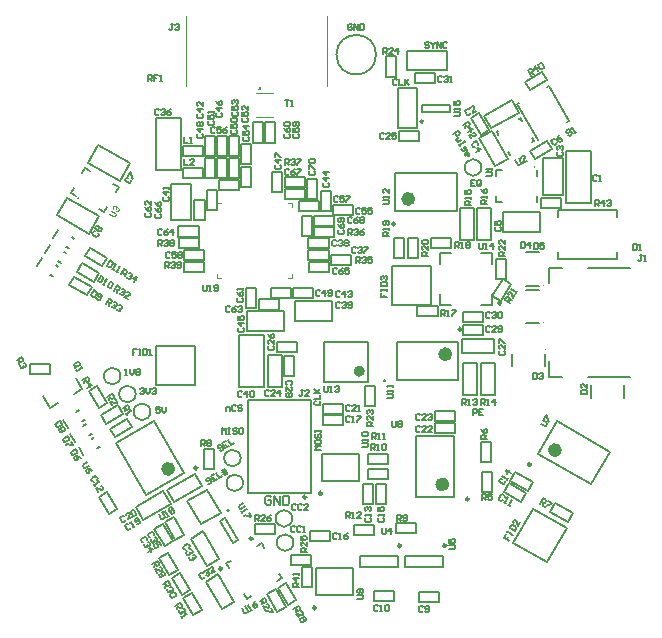
<source format=gto>
G04*
G04 #@! TF.GenerationSoftware,Altium Limited,Altium Designer,20.1.11 (218)*
G04*
G04 Layer_Color=65535*
%FSLAX24Y24*%
%MOIN*%
G70*
G04*
G04 #@! TF.SameCoordinates,6F335AB9-D6ED-48D2-8003-4388AB504266*
G04*
G04*
G04 #@! TF.FilePolarity,Positive*
G04*
G01*
G75*
%ADD10C,0.0098*%
%ADD11C,0.0039*%
%ADD12C,0.0050*%
%ADD13C,0.0236*%
%ADD14C,0.0079*%
%ADD15C,0.0100*%
%ADD16C,0.0070*%
%ADD17C,0.0070*%
%ADD18C,0.0047*%
D10*
X5335Y640D02*
G03*
X5335Y640I-49J0D01*
G01*
X6331Y-4737D02*
G03*
X6331Y-4737I-49J0D01*
G01*
X-1159Y-5830D02*
G03*
X-1159Y-5830I-49J0D01*
G01*
X-635Y-5705D02*
G03*
X-635Y-5705I-49J0D01*
G01*
X-4790Y-4853D02*
G03*
X-4790Y-4853I-49J0D01*
G01*
X-2946Y-7213D02*
G03*
X-2946Y-7213I-49J0D01*
G01*
X-3966Y-8213D02*
G03*
X-3966Y-8213I-49J0D01*
G01*
X-837Y-9518D02*
G03*
X-837Y-9518I-49J0D01*
G01*
X3502Y-7443D02*
G03*
X3502Y-7443I-49J0D01*
G01*
X1998Y-7443D02*
G03*
X1998Y-7443I-49J0D01*
G01*
X4017Y-226D02*
G03*
X4017Y-226I-49J0D01*
G01*
X2719Y6695D02*
G03*
X2719Y6695I-27J0D01*
G01*
X1797Y3278D02*
G03*
X1797Y3278I-49J0D01*
G01*
X1456Y-1950D02*
G03*
X1456Y-1950I-20J0D01*
G01*
X4262Y-5897D02*
G03*
X4262Y-5897I-49J0D01*
G01*
D11*
X5758Y5516D02*
G03*
X5758Y5516I-20J0D01*
G01*
X6754Y1225D02*
G03*
X6754Y1225I-20J0D01*
G01*
X6750Y-23D02*
G03*
X6750Y-23I-20J0D01*
G01*
X6825Y-903D02*
G03*
X6825Y-903I-20J0D01*
G01*
X8363Y-2652D02*
G03*
X8363Y-2652I-20J0D01*
G01*
X-1595Y1712D02*
G03*
X-1595Y1712I-20J0D01*
G01*
X-5179Y7861D02*
Y10223D01*
X-455Y7861D02*
Y10223D01*
X-2847Y6847D02*
X-2256D01*
X-2847Y7635D02*
X-2256D01*
X-1782Y3986D02*
X-1624D01*
Y3828D02*
Y3986D01*
X-4144Y3828D02*
Y3986D01*
X-3987D01*
X-4144Y1466D02*
X-3987D01*
X-4144D02*
Y1623D01*
X-1624Y1466D02*
Y1623D01*
X-1782Y1466D02*
X-1624D01*
D12*
X-8758Y4136D02*
G03*
X-8758Y4136I-20J0D01*
G01*
X1167Y8920D02*
G03*
X1167Y8920I-660J0D01*
G01*
X-3345Y-4525D02*
G03*
X-3345Y-4525I-276J0D01*
G01*
X-3266Y-5351D02*
G03*
X-3266Y-5351I-276J0D01*
G01*
X4679Y5160D02*
G03*
X4679Y5160I-276J0D01*
G01*
X-1586Y-7345D02*
G03*
X-1586Y-7345I-276J0D01*
G01*
X-1626Y-6539D02*
G03*
X-1626Y-6539I-276J0D01*
G01*
X6455Y5178D02*
G03*
X6455Y5178I-20J0D01*
G01*
X-6358Y-2984D02*
G03*
X-6358Y-2984I-276J0D01*
G01*
X-7351Y-1793D02*
G03*
X-7351Y-1793I-276J0D01*
G01*
X-6844Y-2391D02*
G03*
X-6844Y-2391I-276J0D01*
G01*
X6925Y1299D02*
X6925Y1811D01*
X7362D01*
X6925Y-1811D02*
X7362D01*
X6925Y-1299D02*
X6925Y-1811D01*
X8228D02*
X9646D01*
X8228Y1811D02*
X9646D01*
X5048Y867D02*
X5383Y1446D01*
X5338Y699D02*
X5673Y1279D01*
X5048Y867D02*
X5338Y699D01*
X5383Y1446D02*
X5673Y1279D01*
X-3402Y-2152D02*
X-2575D01*
Y-419D01*
X-3402D02*
X-2575D01*
X-3402Y-2152D02*
Y-419D01*
X6362Y6139D02*
X6422Y6035D01*
X6379Y6010D02*
X6422Y6035D01*
X5973Y6812D02*
X6033Y6708D01*
X5930Y6788D02*
X5973Y6812D01*
X5188Y6360D02*
X5248Y6256D01*
X5188Y6360D02*
X5231Y6384D01*
X5577Y5686D02*
X5637Y5582D01*
X5680Y5606D01*
X-7586Y4606D02*
X-7415Y4508D01*
X-7514Y4337D02*
X-7415Y4508D01*
X-8522Y5147D02*
X-8352Y5049D01*
X-8621Y4977D02*
X-8522Y5147D01*
X-9004Y4313D02*
X-8833Y4215D01*
X-9004Y4313D02*
X-8905Y4484D01*
X-8067Y3772D02*
X-7897Y3674D01*
X-7798Y3844D01*
X-4578Y-4890D02*
X-4243D01*
X-4578Y-4220D02*
X-4243D01*
X-4578Y-4890D02*
Y-4220D01*
X-4243Y-4890D02*
Y-4220D01*
X6678Y3822D02*
Y4157D01*
X7348Y3822D02*
Y4157D01*
X6678D02*
X7348D01*
X6678Y3822D02*
X7348D01*
X-8834Y-1843D02*
X-8618Y-2218D01*
X-8903Y-2382D02*
X-8618Y-2218D01*
X-9926Y-2473D02*
X-9709Y-2848D01*
X-9424Y-2683D01*
X-9711Y-1731D02*
Y-1396D01*
X-10380Y-1731D02*
Y-1396D01*
Y-1731D02*
X-9711D01*
X-10380Y-1396D02*
X-9711D01*
X1826Y-6706D02*
X2495D01*
X1826Y-7040D02*
X2495D01*
X1826D02*
Y-6706D01*
X2495Y-7040D02*
Y-6706D01*
X427Y-6756D02*
X1096Y-6756D01*
X427Y-7090D02*
X1096D01*
X427D02*
Y-6756D01*
X1096Y-7090D02*
Y-6756D01*
X1781Y2134D02*
Y2804D01*
X2115Y2134D02*
Y2804D01*
X1781Y2134D02*
X2115D01*
X1781Y2804D02*
X2115D01*
X2232Y2134D02*
Y2804D01*
X2567Y2134D02*
Y2804D01*
X2232Y2134D02*
X2567D01*
X2232Y2804D02*
X2567D01*
X5413Y3002D02*
X6634D01*
X5413D02*
Y3671D01*
X6634D01*
Y3002D02*
Y3671D01*
X-6602Y-6574D02*
X-5681Y-6042D01*
X-6838Y-6165D02*
X-6602Y-6574D01*
X-6838Y-6165D02*
X-5918Y-5633D01*
X-5681Y-6042D01*
X-5554Y-5992D02*
X-4634Y-5460D01*
X-5791Y-5583D02*
X-5554Y-5992D01*
X-5791Y-5583D02*
X-4870Y-5051D01*
X-4634Y-5460D01*
X-992Y-5675D02*
Y-2575D01*
X-3112Y-5675D02*
Y-2575D01*
Y-5675D02*
X-992Y-5675D01*
X-3112Y-2575D02*
X-992D01*
X68Y-3439D02*
Y-3104D01*
X-602Y-3439D02*
Y-3104D01*
Y-3439D02*
X68D01*
X-602Y-3104D02*
X68D01*
X68Y-3059D02*
Y-2725D01*
X-602Y-3059D02*
Y-2725D01*
Y-3059D02*
X68D01*
X-602Y-2725D02*
X68D01*
X-6162Y-2107D02*
X-4862D01*
Y-807D01*
X-6162Y-2107D02*
Y-807D01*
X-4862D01*
X-7743Y-6392D02*
X-7454Y-6225D01*
X-8078Y-5813D02*
X-7788Y-5645D01*
X-8078Y-5813D02*
X-7743Y-6392D01*
X-7788Y-5645D02*
X-7454Y-6225D01*
X-5122Y-5961D02*
X-4457Y-5577D01*
X-4679Y-6728D02*
X-4014Y-6344D01*
X-5122Y-5961D02*
X-4679Y-6728D01*
X-4457Y-5577D02*
X-4014Y-6344D01*
X-5522Y-7248D02*
X-5233Y-7080D01*
X-5857Y-6668D02*
X-5567Y-6501D01*
X-5857Y-6668D02*
X-5522Y-7248D01*
X-5567Y-6501D02*
X-5233Y-7080D01*
X-5883Y-7465D02*
X-5593Y-7298D01*
X-6218Y-6886D02*
X-5928Y-6718D01*
X-6218Y-6886D02*
X-5883Y-7465D01*
X-5928Y-6718D02*
X-5593Y-7298D01*
X-4974Y-9011D02*
X-4640Y-9591D01*
X-5264Y-9179D02*
X-4929Y-9758D01*
X-5264Y-9179D02*
X-4974Y-9011D01*
X-4929Y-9758D02*
X-4640Y-9591D01*
X-5361Y-8349D02*
X-5026Y-8928D01*
X-5650Y-8516D02*
X-5316Y-9096D01*
X-5650Y-8516D02*
X-5361Y-8349D01*
X-5316Y-9096D02*
X-5026Y-8928D01*
X-5764Y-7675D02*
X-5430Y-8255D01*
X-6054Y-7843D02*
X-5720Y-8422D01*
X-6054Y-7843D02*
X-5764Y-7675D01*
X-5720Y-8422D02*
X-5430Y-8255D01*
X-4597Y-6972D02*
X-4065Y-7892D01*
X-4475Y-8129D02*
X-4065Y-7892D01*
X-5006Y-7208D02*
X-4475Y-8129D01*
X-5006Y-7208D02*
X-4597Y-6972D01*
X-4100Y-8407D02*
X-3568Y-9328D01*
X-3977Y-9564D02*
X-3568Y-9328D01*
X-4509Y-8644D02*
X-3977Y-9564D01*
X-4509Y-8644D02*
X-4100Y-8407D01*
X-1659Y-8090D02*
X-990D01*
X-1659Y-7755D02*
X-990D01*
Y-8090D02*
Y-7755D01*
X-1659Y-8090D02*
Y-7755D01*
X-955Y-8833D02*
Y-8164D01*
X-1289Y-8833D02*
Y-8164D01*
X-955D01*
X-1289Y-8833D02*
X-955D01*
X-2468Y-9064D02*
X-2134Y-9644D01*
X-2178Y-8897D02*
X-1844Y-9476D01*
X-2134Y-9644D02*
X-1844Y-9476D01*
X-2468Y-9064D02*
X-2178Y-8897D01*
X-2861Y-7059D02*
X-2192D01*
X-2861Y-6725D02*
X-2192D01*
Y-7059D02*
Y-6725D01*
X-2861Y-7059D02*
Y-6725D01*
X-2111Y-8853D02*
X-1776Y-9432D01*
X-1821Y-8685D02*
X-1486Y-9265D01*
X-1776Y-9432D02*
X-1486Y-9265D01*
X-2111Y-8853D02*
X-1821Y-8685D01*
X-375Y-7275D02*
Y-6941D01*
X-1044Y-7275D02*
Y-6941D01*
Y-7275D02*
X-375D01*
X-1044Y-6941D02*
X-375D01*
X-8810Y1690D02*
X-8230Y1355D01*
X-8642Y1979D02*
X-8063Y1645D01*
X-8230Y1355D02*
X-8063Y1645D01*
X-8810Y1690D02*
X-8642Y1979D01*
X-9054Y1235D02*
X-8474Y901D01*
X-8886Y1525D02*
X-8307Y1191D01*
X-8474Y901D02*
X-8307Y1191D01*
X-9054Y1235D02*
X-8886Y1525D01*
X-8545Y2197D02*
X-7966Y1862D01*
X-8378Y2487D02*
X-7798Y2152D01*
X-7966Y1862D02*
X-7798Y2152D01*
X-8545Y2197D02*
X-8378Y2487D01*
X5749Y-7341D02*
X6399Y-6215D01*
X5749Y-7341D02*
X6875Y-7991D01*
X6399Y-6215D02*
X7525Y-6865D01*
X6875Y-7991D02*
X7525Y-6865D01*
X1712Y580D02*
X3012D01*
Y1880D01*
X1712Y580D02*
Y1880D01*
X3012D01*
X5157Y2126D02*
X5492D01*
X5157Y1457D02*
X5492D01*
Y2126D01*
X5157Y1457D02*
Y2126D01*
X6293Y7733D02*
X6873Y8068D01*
X6126Y8023D02*
X6705Y8358D01*
X6873Y8068D01*
X6126Y8023D02*
X6293Y7733D01*
X4615Y6137D02*
X5147Y5216D01*
X4615Y6137D02*
X5025Y6373D01*
X5556Y5453D01*
X5147Y5216D02*
X5556Y5453D01*
X4613Y6988D02*
X4948Y6408D01*
X4324Y6821D02*
X4658Y6241D01*
X4324Y6821D02*
X4613Y6988D01*
X4658Y6241D02*
X4948Y6408D01*
X6873Y6058D02*
X7041Y5768D01*
X6294Y5723D02*
X6461Y5433D01*
X7041Y5768D01*
X6294Y5723D02*
X6873Y6058D01*
X7503Y3984D02*
X8329D01*
Y5716D01*
X7503D02*
X8329D01*
X7503Y3984D02*
Y5716D01*
X6735Y4254D02*
Y5475D01*
X7405D01*
Y4254D02*
Y5475D01*
X6735Y4254D02*
X7405D01*
X4999Y6460D02*
X5920Y6991D01*
X4763Y6869D02*
X4999Y6460D01*
X4763Y6869D02*
X5683Y7401D01*
X5920Y6991D01*
X5871Y7268D02*
X6551Y6090D01*
X6551Y6090D02*
X6612Y6125D01*
X5871Y7268D02*
X5932Y7303D01*
X6928Y7878D02*
X7608Y6700D01*
X6867Y7843D02*
X6928Y7878D01*
X7547Y6665D02*
X7608Y6700D01*
X6534Y4887D02*
Y5084D01*
X6534Y3998D02*
Y4195D01*
X5180Y5081D02*
X5377D01*
X5180Y4884D02*
Y5081D01*
X5180Y4001D02*
X5377D01*
X5180D02*
Y4198D01*
Y4001D02*
X5377D01*
X5180D02*
Y4198D01*
X4045Y-555D02*
X5108D01*
Y-1028D02*
Y-555D01*
X4045Y-1028D02*
X5108D01*
X4045D02*
Y-555D01*
X4744Y-427D02*
Y-92D01*
X4075Y-427D02*
Y-92D01*
Y-427D02*
X4744D01*
X4075Y-92D02*
X4744D01*
X4741Y8D02*
Y342D01*
X4072Y8D02*
Y342D01*
Y8D02*
X4741D01*
X4072Y342D02*
X4741D01*
X2589Y-9328D02*
Y-8993D01*
X3259Y-8993D02*
X3259Y-9328D01*
X2589Y-8993D02*
X3259Y-8993D01*
X2589Y-9328D02*
X3259D01*
X1102Y-8967D02*
X1102Y-9302D01*
X1772Y-9302D02*
Y-8967D01*
X1102D02*
X1772D01*
X1102Y-9302D02*
X1772Y-9302D01*
X745Y-6069D02*
X1079D01*
X745Y-5400D02*
X1079D01*
X745Y-6069D02*
Y-5400D01*
X1079Y-6069D02*
Y-5400D01*
X1151Y-6072D02*
X1485D01*
X1151Y-5403D02*
X1485D01*
X1151Y-6072D02*
Y-5403D01*
X1485Y-6072D02*
Y-5403D01*
X885Y-5223D02*
X1554D01*
X885Y-4888D02*
X1554Y-4888D01*
X1554Y-5223D01*
X885D02*
Y-4888D01*
X905Y-4730D02*
X1575D01*
X905Y-4395D02*
X1575D01*
Y-4730D02*
Y-4395D01*
X905Y-4730D02*
Y-4395D01*
X7149Y-6039D02*
X7729Y-6373D01*
X6982Y-6329D02*
X7562Y-6663D01*
X6982Y-6329D02*
X7149Y-6039D01*
X7562Y-6663D02*
X7729Y-6373D01*
X6221Y-5622D02*
X6388Y-5332D01*
X5641Y-5288D02*
X5809Y-4998D01*
X5641Y-5288D02*
X6221Y-5622D01*
X5809Y-4998D02*
X6388Y-5332D01*
X6010Y-5978D02*
X6178Y-5688D01*
X5431Y-5643D02*
X5598Y-5354D01*
X5431Y-5643D02*
X6010Y-5978D01*
X5598Y-5354D02*
X6178Y-5688D01*
X4673Y-3997D02*
X5008D01*
X4673Y-4667D02*
X5008D01*
Y-3997D01*
X4673Y-4667D02*
Y-3997D01*
X4695Y-4980D02*
X5030D01*
X4695Y-5650D02*
X5030D01*
Y-4980D01*
X4695Y-5650D02*
Y-4980D01*
X3967Y2746D02*
Y3809D01*
X4439D01*
Y2746D02*
Y3809D01*
X3967Y2746D02*
X4439D01*
X5000D02*
Y3809D01*
X4528Y2746D02*
X5000D01*
X4528D02*
X4528Y3809D01*
X5000Y3809D01*
X4656Y-2415D02*
Y-1353D01*
X5128D01*
Y-2415D02*
Y-1353D01*
X4656Y-2415D02*
X5128D01*
X4537Y-2415D02*
Y-1352D01*
X4065Y-2415D02*
X4537D01*
X4065D02*
X4065Y-1352D01*
X4537Y-1352D01*
X3117Y-3277D02*
Y-2943D01*
X3786Y-3277D02*
Y-2943D01*
X3117D02*
X3786D01*
X3117Y-3277D02*
X3786D01*
X3117Y-3680D02*
Y-3346D01*
X3786Y-3680D02*
Y-3346D01*
X3117D02*
X3786D01*
X3117Y-3680D02*
X3786D01*
X2549Y217D02*
X3219D01*
X2549Y551D02*
X3219D01*
Y217D02*
Y551D01*
X2549Y217D02*
Y551D01*
X1845Y8192D02*
Y8861D01*
X1510Y8192D02*
Y8861D01*
X1845D01*
X1510Y8192D02*
X1845D01*
X3124Y7965D02*
Y8299D01*
X2455Y7965D02*
Y8299D01*
Y7965D02*
X3124D01*
X2455Y8299D02*
X3124D01*
X3525Y9039D02*
X3525Y8409D01*
X2187D02*
X3525D01*
X2187D02*
X2187Y9039D01*
X3525D01*
X2692Y7007D02*
Y7243D01*
X3632Y7007D02*
Y7243D01*
X2692Y7007D02*
X3632D01*
X2692Y7243D02*
X3632D01*
X2588Y6049D02*
Y6383D01*
X1919Y6049D02*
Y6383D01*
Y6049D02*
X2588D01*
X1919Y6383D02*
X2588D01*
X3002Y2825D02*
X3671D01*
X3002Y2490D02*
X3671D01*
X3002D02*
Y2825D01*
X3671Y2490D02*
Y2825D01*
X2518Y6483D02*
Y7821D01*
X1888D02*
X2518D01*
X1888Y6483D02*
Y7821D01*
Y6483D02*
X2518D01*
X6166Y2330D02*
X6591D01*
X6166Y1225D02*
X6591D01*
X6162Y1082D02*
X6587Y1082D01*
X6162Y-23D02*
X6587Y-23D01*
X5700Y-1472D02*
Y-1046D01*
X6805D02*
X6805Y-1472D01*
X9448Y-2509D02*
Y-2084D01*
X8343Y-2509D02*
Y-2084D01*
X7244Y3754D02*
X9213D01*
X7244Y2101D02*
X9213D01*
X7244Y3515D02*
Y3754D01*
X9213Y3515D02*
Y3754D01*
X7244Y2101D02*
Y2339D01*
X9213Y2101D02*
Y2339D01*
X-7713Y-3548D02*
X-7546Y-3838D01*
X-7133Y-3213D02*
X-6966Y-3503D01*
X-7713Y-3548D02*
X-7133Y-3213D01*
X-7546Y-3838D02*
X-6966Y-3503D01*
X-9456Y3562D02*
X-9122Y4141D01*
X-9456Y3562D02*
X-8399Y2951D01*
X-8065Y3531D01*
X-9122Y4141D02*
X-8065Y3531D01*
X-7365Y4715D02*
X-7031Y5295D01*
X-8088Y5905D02*
X-7031Y5295D01*
X-8422Y5325D02*
X-8088Y5905D01*
X-8422Y5325D02*
X-7365Y4715D01*
X-1896Y-1793D02*
X-1562D01*
X-1896Y-1123D02*
X-1562Y-1123D01*
X-1896Y-1793D02*
X-1896Y-1123D01*
X-1562Y-1793D02*
Y-1123D01*
X812Y-2114D02*
X1147D01*
X812Y-2783D02*
X1147Y-2783D01*
X1147Y-2114D02*
X1147Y-2783D01*
X812Y-2783D02*
X812Y-2114D01*
X-2126Y-653D02*
X-2126Y-987D01*
X-1457Y-987D02*
Y-653D01*
X-2126D02*
X-1457D01*
X-2126Y-987D02*
X-1457Y-987D01*
X-552Y-1990D02*
X905Y-1990D01*
X-552Y-670D02*
X905Y-670D01*
X-552Y-1990D02*
X-552Y-670D01*
X905Y-670D02*
X905Y-1990D01*
X-2439Y-1103D02*
X-1967Y-1103D01*
X-2439Y-1103D02*
X-2439Y-2166D01*
X-1967Y-2166D01*
Y-1103D01*
X-902Y3556D02*
X-902Y3222D01*
X-233Y3222D02*
Y3556D01*
X-902D02*
X-233D01*
X-902Y3222D02*
X-233Y3222D01*
X-1120Y4114D02*
X-786D01*
X-1120Y4783D02*
X-786D01*
X-1120Y4114D02*
Y4783D01*
X-786Y4114D02*
Y4783D01*
X-1211Y4104D02*
Y4438D01*
X-1880Y4104D02*
Y4438D01*
Y4104D02*
X-1211D01*
X-1880Y4438D02*
X-1211D01*
X-1880Y4842D02*
X-1211D01*
X-1880Y4507D02*
X-1211D01*
X-1880D02*
Y4842D01*
X-1211Y4507D02*
Y4842D01*
X-2308Y5024D02*
X-1973Y5024D01*
X-2308Y4355D02*
X-1973D01*
Y5024D01*
X-2308Y4355D02*
X-2308Y5024D01*
X-314Y55D02*
Y725D01*
X-1535D02*
X-314D01*
X-1535Y55D02*
Y725D01*
Y55D02*
X-314D01*
X-933Y1150D02*
X-933Y816D01*
X-1602D02*
Y1150D01*
Y816D02*
X-933D01*
X-1602Y1150D02*
X-933D01*
X-5237Y1662D02*
X-4568Y1662D01*
X-5237Y1997D02*
X-4568D01*
Y1662D02*
Y1997D01*
X-5237D02*
X-5237Y1662D01*
X-5412Y2477D02*
X-4743D01*
X-5412Y2812D02*
X-4743D01*
Y2477D02*
Y2812D01*
X-5412Y2477D02*
Y2812D01*
X-3329Y5187D02*
X-2995D01*
X-3329Y4517D02*
X-2995D01*
Y5187D01*
X-3329Y4517D02*
Y5187D01*
X-3328Y5936D02*
X-2993D01*
X-3328Y5267D02*
X-2993D01*
Y5936D01*
X-3328Y5267D02*
Y5936D01*
X-3734Y4801D02*
Y5470D01*
X-3399Y4801D02*
Y5470D01*
X-3734Y4801D02*
X-3399D01*
X-3734Y5470D02*
X-3399D01*
X-4135Y4801D02*
X-4135Y5470D01*
X-3800Y4801D02*
Y5470D01*
X-4135Y4801D02*
X-3800D01*
X-4135Y5470D02*
X-3800Y5470D01*
X-3740Y6202D02*
X-3405D01*
X-3740Y5532D02*
X-3405D01*
Y6202D01*
X-3740Y5532D02*
Y6202D01*
X-4138Y6202D02*
X-3803Y6202D01*
X-4138Y5532D02*
X-3803D01*
Y6202D01*
X-4138Y5532D02*
X-4138Y6202D01*
X-4536Y4801D02*
Y5470D01*
X-4202Y4801D02*
Y5470D01*
X-4536Y4801D02*
X-4202D01*
X-4536Y5470D02*
X-4202D01*
X-4536Y6202D02*
X-4202D01*
X-4536Y5532D02*
X-4202D01*
Y6202D01*
X-4536Y5532D02*
Y6202D01*
X-5662Y4619D02*
X-4993D01*
X-5662Y3398D02*
Y4619D01*
Y3398D02*
X-4993D01*
Y4619D01*
X-5274Y4801D02*
X-4605D01*
X-5274Y5135D02*
X-4605D01*
Y4801D02*
Y5135D01*
X-5274Y4801D02*
Y5135D01*
X-5278Y5532D02*
X-4608D01*
X-5278Y5867D02*
X-4608D01*
Y5532D02*
Y5867D01*
X-5278Y5532D02*
Y5867D01*
X-5350Y5092D02*
Y6824D01*
X-6176Y5092D02*
X-5350D01*
X-6176D02*
Y6824D01*
X-5350D01*
X-2946Y6661D02*
X-2612D01*
X-2946Y5991D02*
X-2612D01*
Y6661D01*
X-2946Y5991D02*
Y6661D01*
X-2530D02*
X-2195D01*
X-2530Y5991D02*
X-2195D01*
Y6661D01*
X-2530Y5991D02*
Y6661D01*
X-7846Y-3384D02*
X-7266Y-3049D01*
X-8013Y-3094D02*
X-7433Y-2760D01*
X-7266Y-3049D01*
X-8013Y-3094D02*
X-7846Y-3384D01*
X-4884Y4075D02*
X-4549D01*
X-4884Y3406D02*
X-4549D01*
Y4075D01*
X-4884Y3406D02*
Y4075D01*
X-4470Y4410D02*
X-4135D01*
X-4470Y3740D02*
X-4135D01*
Y4410D01*
X-4470Y3740D02*
Y4410D01*
X-4076Y4407D02*
Y4742D01*
X-3407Y4407D02*
Y4742D01*
X-4076D02*
X-3407D01*
X-4076Y4407D02*
X-3407D01*
X-8411Y-2292D02*
X-8121Y-2124D01*
X-8076Y-2871D02*
X-7786Y-2704D01*
X-8121Y-2124D02*
X-7786Y-2704D01*
X-8411Y-2292D02*
X-8076Y-2871D01*
X-1081Y2025D02*
X-411D01*
X-1081Y1690D02*
X-411Y1690D01*
X-1081Y2025D02*
X-1081Y1690D01*
X-411Y1690D02*
Y2025D01*
X-899Y2838D02*
X-230D01*
X-899Y3173D02*
X-230D01*
Y2838D02*
Y3173D01*
X-899Y2838D02*
Y3173D01*
X-1298Y2878D02*
X-963D01*
X-1298Y3547D02*
X-963Y3547D01*
X-1298Y2878D02*
X-1298Y3547D01*
X-963Y2878D02*
Y3547D01*
X-731Y3707D02*
Y4041D01*
X-1400Y3707D02*
Y4041D01*
Y3707D02*
X-731D01*
X-1400Y4041D02*
X-731D01*
X-663Y4389D02*
X-329D01*
X-663Y3720D02*
X-329D01*
Y4389D01*
X-663Y3720D02*
Y4389D01*
X396Y3584D02*
Y3919D01*
X-273Y3584D02*
Y3919D01*
Y3584D02*
X396D01*
X-273Y3919D02*
X396D01*
X-415Y2479D02*
Y2814D01*
X-1084Y2479D02*
Y2814D01*
Y2479D02*
X-415D01*
X-1084Y2814D02*
X-415D01*
Y2079D02*
Y2414D01*
X-1084Y2079D02*
Y2414D01*
Y2079D02*
X-415D01*
X-1084Y2414D02*
X-415D01*
X-336Y2236D02*
X333D01*
X-336Y1902D02*
X333D01*
X-336D02*
Y2236D01*
X333Y1902D02*
Y2236D01*
X-2344Y816D02*
Y1150D01*
X-1675Y816D02*
Y1150D01*
X-2344D02*
X-1675D01*
X-2344Y816D02*
X-1675D01*
X-3135Y-280D02*
Y390D01*
Y-280D02*
X-1915D01*
X-1915Y390D01*
X-3135Y390D02*
X-1915Y390D01*
X-4748Y2859D02*
Y3194D01*
X-5418Y2859D02*
Y3194D01*
Y2859D02*
X-4748D01*
X-5418Y3194D02*
X-4748D01*
X-5237Y2069D02*
Y2404D01*
X-4568Y2069D02*
Y2404D01*
X-5237D02*
X-4568D01*
X-5237Y2069D02*
X-4568D01*
X-3162Y477D02*
X-2827D01*
X-3162Y1146D02*
X-2827D01*
X-3162Y477D02*
Y1146D01*
X-2827Y477D02*
Y1146D01*
X-2065Y761D02*
X-2065Y426D01*
X-2735D02*
Y761D01*
Y426D02*
X-2065D01*
X-2735Y761D02*
X-2065Y761D01*
X-3971Y-3727D02*
Y-3527D01*
X-3904Y-3593D01*
X-3837Y-3527D01*
Y-3727D01*
X-3771Y-3527D02*
X-3704D01*
X-3737D01*
Y-3727D01*
X-3771D01*
X-3704D01*
X-3471Y-3560D02*
X-3504Y-3527D01*
X-3571D01*
X-3604Y-3560D01*
Y-3593D01*
X-3571Y-3627D01*
X-3504D01*
X-3471Y-3660D01*
Y-3693D01*
X-3504Y-3727D01*
X-3571D01*
X-3604Y-3693D01*
X-3304Y-3527D02*
X-3371D01*
X-3404Y-3560D01*
Y-3693D01*
X-3371Y-3727D01*
X-3304D01*
X-3271Y-3693D01*
Y-3560D01*
X-3304Y-3527D01*
X-653Y-4247D02*
X-853D01*
X-786Y-4180D01*
X-853Y-4114D01*
X-653D01*
X-853Y-3947D02*
Y-4014D01*
X-820Y-4047D01*
X-686D01*
X-653Y-4014D01*
Y-3947D01*
X-686Y-3914D01*
X-820D01*
X-853Y-3947D01*
X-820Y-3714D02*
X-853Y-3747D01*
Y-3814D01*
X-820Y-3847D01*
X-786D01*
X-753Y-3814D01*
Y-3747D01*
X-720Y-3714D01*
X-686D01*
X-653Y-3747D01*
Y-3814D01*
X-686Y-3847D01*
X-853Y-3647D02*
Y-3581D01*
Y-3614D01*
X-653D01*
Y-3647D01*
Y-3581D01*
X-850Y-2626D02*
X-884Y-2660D01*
Y-2726D01*
X-850Y-2760D01*
X-717D01*
X-684Y-2726D01*
Y-2660D01*
X-717Y-2626D01*
X-884Y-2560D02*
X-684D01*
Y-2426D01*
X-884Y-2360D02*
X-684D01*
X-750D01*
X-884Y-2226D01*
X-784Y-2326D01*
X-684Y-2226D01*
X-2330Y-5831D02*
X-2380Y-5781D01*
X-2480D01*
X-2530Y-5831D01*
Y-6031D01*
X-2480Y-6081D01*
X-2380D01*
X-2330Y-6031D01*
Y-5931D01*
X-2430D01*
X-2230Y-6081D02*
Y-5781D01*
X-2030Y-6081D01*
Y-5781D01*
X-1930D02*
Y-6081D01*
X-1780D01*
X-1730Y-6031D01*
Y-5831D01*
X-1780Y-5781D01*
X-1930D01*
X-3838Y-2970D02*
Y-2837D01*
X-3738D01*
X-3705Y-2871D01*
Y-2970D01*
X-3505Y-2804D02*
X-3539Y-2771D01*
X-3605D01*
X-3639Y-2804D01*
Y-2937D01*
X-3605Y-2970D01*
X-3539D01*
X-3505Y-2937D01*
X-3305Y-2804D02*
X-3339Y-2771D01*
X-3405D01*
X-3439Y-2804D01*
Y-2837D01*
X-3405Y-2871D01*
X-3339D01*
X-3305Y-2904D01*
Y-2937D01*
X-3339Y-2970D01*
X-3405D01*
X-3439Y-2937D01*
X4472Y4749D02*
X4338D01*
Y4549D01*
X4472D01*
X4338Y4649D02*
X4405D01*
X4672Y4583D02*
Y4716D01*
X4638Y4749D01*
X4572D01*
X4538Y4716D01*
Y4583D01*
X4572Y4549D01*
X4638D01*
X4605Y4616D02*
X4672Y4549D01*
X4638D02*
X4672Y4583D01*
X4399Y-3084D02*
Y-2884D01*
X4498D01*
X4532Y-2918D01*
Y-2984D01*
X4498Y-3018D01*
X4399D01*
X4732Y-2884D02*
X4598D01*
Y-3084D01*
X4732D01*
X4598Y-2984D02*
X4665D01*
X5803Y5393D02*
X5887Y5249D01*
X5932Y5237D01*
X5990Y5270D01*
X6002Y5316D01*
X5919Y5460D01*
X6192Y5387D02*
X6076Y5320D01*
X6125Y5502D01*
X6108Y5531D01*
X6063Y5543D01*
X6005Y5510D01*
X5993Y5464D01*
X8456Y3890D02*
Y4090D01*
X8556D01*
X8590Y4057D01*
Y3990D01*
X8556Y3957D01*
X8456D01*
X8523D02*
X8590Y3890D01*
X8756D02*
Y4090D01*
X8656Y3990D01*
X8790D01*
X8856Y4057D02*
X8889Y4090D01*
X8956D01*
X8989Y4057D01*
Y4024D01*
X8956Y3990D01*
X8923D01*
X8956D01*
X8989Y3957D01*
Y3924D01*
X8956Y3890D01*
X8889D01*
X8856Y3924D01*
X-10816Y-1265D02*
X-10643Y-1165D01*
X-10593Y-1251D01*
X-10605Y-1297D01*
X-10663Y-1330D01*
X-10708Y-1318D01*
X-10758Y-1231D01*
X-10725Y-1289D02*
X-10749Y-1380D01*
X-10572Y-1355D02*
X-10526Y-1367D01*
X-10493Y-1425D01*
X-10505Y-1470D01*
X-10534Y-1487D01*
X-10579Y-1475D01*
X-10596Y-1446D01*
X-10579Y-1475D01*
X-10592Y-1520D01*
X-10620Y-1537D01*
X-10666Y-1525D01*
X-10699Y-1467D01*
X-10687Y-1421D01*
X-6078Y-6403D02*
X-5995Y-6548D01*
X-5949Y-6560D01*
X-5892Y-6526D01*
X-5879Y-6481D01*
X-5963Y-6337D01*
X-5805Y-6476D02*
X-5747Y-6443D01*
X-5776Y-6460D01*
X-5876Y-6287D01*
X-5888Y-6332D01*
X-5744Y-6249D02*
X-5732Y-6203D01*
X-5674Y-6170D01*
X-5629Y-6182D01*
X-5612Y-6211D01*
X-5624Y-6257D01*
X-5579Y-6269D01*
X-5562Y-6298D01*
X-5574Y-6343D01*
X-5632Y-6377D01*
X-5677Y-6364D01*
X-5694Y-6335D01*
X-5682Y-6290D01*
X-5727Y-6278D01*
X-5744Y-6249D01*
X-5682Y-6290D02*
X-5624Y-6257D01*
X-3253Y-6025D02*
X-3397Y-6108D01*
X-3409Y-6153D01*
X-3376Y-6211D01*
X-3330Y-6223D01*
X-3186Y-6140D01*
X-3326Y-6298D02*
X-3292Y-6355D01*
X-3309Y-6327D01*
X-3136Y-6227D01*
X-3181Y-6214D01*
X-3069Y-6342D02*
X-3003Y-6457D01*
X-3032Y-6474D01*
X-3214Y-6425D01*
X-3242Y-6442D01*
X-3302Y-9540D02*
X-3218Y-9684D01*
X-3173Y-9696D01*
X-3115Y-9663D01*
X-3103Y-9618D01*
X-3186Y-9473D01*
X-3028Y-9613D02*
X-2971Y-9580D01*
X-3000Y-9596D01*
X-3100Y-9423D01*
X-3112Y-9469D01*
X-2869Y-9290D02*
X-2910Y-9352D01*
X-2934Y-9443D01*
X-2901Y-9501D01*
X-2855Y-9513D01*
X-2798Y-9480D01*
X-2785Y-9434D01*
X-2802Y-9405D01*
X-2848Y-9393D01*
X-2934Y-9443D01*
X3756Y6875D02*
X3923D01*
X3956Y6908D01*
Y6975D01*
X3923Y7008D01*
X3756D01*
X3956Y7075D02*
Y7141D01*
Y7108D01*
X3756D01*
X3790Y7075D01*
X3756Y7375D02*
Y7241D01*
X3856D01*
X3823Y7308D01*
Y7341D01*
X3856Y7375D01*
X3923D01*
X3956Y7341D01*
Y7275D01*
X3923Y7241D01*
X4605Y2631D02*
Y2464D01*
X4638Y2431D01*
X4705D01*
X4738Y2464D01*
Y2631D01*
X4805Y2431D02*
X4872D01*
X4838D01*
Y2631D01*
X4805Y2597D01*
X5072Y2431D02*
Y2631D01*
X4972Y2531D01*
X5105D01*
X1385Y3948D02*
X1552D01*
X1585Y3981D01*
Y4048D01*
X1552Y4081D01*
X1385D01*
X1585Y4148D02*
Y4214D01*
Y4181D01*
X1385D01*
X1419Y4148D01*
X1585Y4448D02*
Y4314D01*
X1452Y4448D01*
X1419D01*
X1385Y4414D01*
Y4348D01*
X1419Y4314D01*
X1518Y-2525D02*
X1685D01*
X1718Y-2492D01*
Y-2425D01*
X1685Y-2392D01*
X1518D01*
X1718Y-2325D02*
Y-2259D01*
Y-2292D01*
X1518D01*
X1552Y-2325D01*
X1718Y-2159D02*
Y-2092D01*
Y-2125D01*
X1518D01*
X1552Y-2159D01*
X690Y-4171D02*
X856D01*
X889Y-4137D01*
Y-4071D01*
X856Y-4038D01*
X690D01*
X889Y-3971D02*
Y-3904D01*
Y-3938D01*
X690D01*
X723Y-3971D01*
Y-3804D02*
X690Y-3771D01*
Y-3704D01*
X723Y-3671D01*
X856D01*
X889Y-3704D01*
Y-3771D01*
X856Y-3804D01*
X723D01*
X549Y-9224D02*
X716D01*
X749Y-9191D01*
Y-9124D01*
X716Y-9091D01*
X549D01*
X716Y-9024D02*
X749Y-8991D01*
Y-8924D01*
X716Y-8891D01*
X583D01*
X549Y-8924D01*
Y-8991D01*
X583Y-9024D01*
X616D01*
X649Y-8991D01*
Y-8891D01*
X1711Y-3275D02*
Y-3442D01*
X1745Y-3475D01*
X1811D01*
X1844Y-3442D01*
Y-3275D01*
X1911Y-3308D02*
X1944Y-3275D01*
X2011D01*
X2044Y-3308D01*
Y-3342D01*
X2011Y-3375D01*
X2044Y-3408D01*
Y-3442D01*
X2011Y-3475D01*
X1944D01*
X1911Y-3442D01*
Y-3408D01*
X1944Y-3375D01*
X1911Y-3342D01*
Y-3308D01*
X1944Y-3375D02*
X2011D01*
X6655Y-3387D02*
X6799Y-3470D01*
X6845Y-3458D01*
X6878Y-3400D01*
X6866Y-3355D01*
X6722Y-3272D01*
X6755Y-3214D02*
X6822Y-3098D01*
X6851Y-3115D01*
X6899Y-3297D01*
X6928Y-3314D01*
X-8457Y-4659D02*
X-8601Y-4742D01*
X-8614Y-4787D01*
X-8580Y-4845D01*
X-8535Y-4857D01*
X-8390Y-4774D01*
X-8291Y-4947D02*
X-8353Y-4906D01*
X-8444Y-4882D01*
X-8501Y-4915D01*
X-8514Y-4961D01*
X-8480Y-5018D01*
X-8435Y-5031D01*
X-8406Y-5014D01*
X-8394Y-4968D01*
X-8444Y-4882D01*
X3610Y-7550D02*
X3777D01*
X3810Y-7517D01*
Y-7450D01*
X3777Y-7417D01*
X3610D01*
Y-7217D02*
Y-7350D01*
X3710D01*
X3677Y-7284D01*
Y-7250D01*
X3710Y-7217D01*
X3777D01*
X3810Y-7250D01*
Y-7317D01*
X3777Y-7350D01*
X1369Y-6852D02*
Y-7018D01*
X1402Y-7052D01*
X1469D01*
X1502Y-7018D01*
Y-6852D01*
X1669Y-7052D02*
Y-6852D01*
X1569Y-6952D01*
X1702D01*
X4849Y4874D02*
X5016D01*
X5049Y4907D01*
Y4974D01*
X5016Y5007D01*
X4849D01*
X5049Y5074D02*
Y5141D01*
Y5107D01*
X4849D01*
X4883Y5074D01*
X2928Y9326D02*
X2895Y9359D01*
X2828D01*
X2795Y9326D01*
Y9292D01*
X2828Y9259D01*
X2895D01*
X2928Y9226D01*
Y9192D01*
X2895Y9159D01*
X2828D01*
X2795Y9192D01*
X2995Y9359D02*
Y9326D01*
X3062Y9259D01*
X3128Y9326D01*
Y9359D01*
X3062Y9259D02*
Y9159D01*
X3195D02*
Y9359D01*
X3328Y9159D01*
Y9359D01*
X3528Y9326D02*
X3495Y9359D01*
X3428D01*
X3395Y9326D01*
Y9192D01*
X3428Y9159D01*
X3495D01*
X3528Y9192D01*
X-3993Y-4086D02*
X-4039Y-4074D01*
X-4096Y-4107D01*
X-4108Y-4153D01*
X-4092Y-4181D01*
X-4046Y-4194D01*
X-3989Y-4160D01*
X-3943Y-4172D01*
X-3926Y-4201D01*
X-3939Y-4247D01*
X-3996Y-4280D01*
X-4042Y-4268D01*
X-3837Y-3957D02*
X-3952Y-4024D01*
X-3852Y-4197D01*
X-3737Y-4130D01*
X-3902Y-4110D02*
X-3844Y-4077D01*
X-3779Y-3924D02*
X-3679Y-4097D01*
X-3563Y-4030D01*
X-4382Y-5193D02*
X-4428Y-5181D01*
X-4486Y-5214D01*
X-4498Y-5260D01*
X-4481Y-5289D01*
X-4436Y-5301D01*
X-4378Y-5268D01*
X-4332Y-5280D01*
X-4316Y-5309D01*
X-4328Y-5354D01*
X-4386Y-5388D01*
X-4431Y-5375D01*
X-4226Y-5064D02*
X-4341Y-5131D01*
X-4241Y-5304D01*
X-4126Y-5238D01*
X-4291Y-5218D02*
X-4234Y-5184D01*
X-4168Y-5031D02*
X-4068Y-5204D01*
X-3953Y-5138D01*
X-3866Y-5088D02*
X-3966Y-4914D01*
X-3908Y-4881D02*
X-3808Y-5054D01*
X-3962Y-4989D02*
X-3875Y-4939D01*
X-3846Y-4922D01*
X-3928Y-5047D02*
X-3813Y-4980D01*
X7624Y6417D02*
X7579Y6429D01*
X7521Y6396D01*
X7509Y6351D01*
X7525Y6322D01*
X7571Y6310D01*
X7629Y6343D01*
X7674Y6331D01*
X7691Y6302D01*
X7679Y6256D01*
X7621Y6223D01*
X7575Y6235D01*
X7765Y6306D02*
X7823Y6340D01*
X7794Y6323D01*
X7694Y6496D01*
X7682Y6451D01*
X4069Y6589D02*
X4242Y6689D01*
X4292Y6603D01*
X4279Y6557D01*
X4222Y6524D01*
X4176Y6536D01*
X4126Y6623D01*
X4160Y6565D02*
X4135Y6474D01*
X4218Y6330D02*
X4392Y6430D01*
X4255Y6466D01*
X4322Y6351D01*
X4335Y6128D02*
X4268Y6243D01*
X4451Y6194D01*
X4479Y6211D01*
X4492Y6256D01*
X4458Y6314D01*
X4413Y6326D01*
X-1397Y-8819D02*
X-1597D01*
Y-8719D01*
X-1564Y-8686D01*
X-1497D01*
X-1464Y-8719D01*
Y-8819D01*
Y-8752D02*
X-1397Y-8686D01*
Y-8519D02*
X-1597D01*
X-1497Y-8619D01*
Y-8486D01*
X-1397Y-8419D02*
Y-8353D01*
Y-8386D01*
X-1597D01*
X-1564Y-8419D01*
X6319Y8222D02*
X6219Y8395D01*
X6306Y8445D01*
X6351Y8433D01*
X6384Y8375D01*
X6372Y8330D01*
X6286Y8280D01*
X6343Y8313D02*
X6434Y8289D01*
X6579Y8372D02*
X6479Y8545D01*
X6442Y8409D01*
X6558Y8475D01*
X6582Y8566D02*
X6594Y8612D01*
X6652Y8645D01*
X6697Y8633D01*
X6764Y8518D01*
X6752Y8472D01*
X6694Y8439D01*
X6649Y8451D01*
X6582Y8566D01*
X-7331Y1595D02*
X-7231Y1768D01*
X-7144Y1718D01*
X-7132Y1673D01*
X-7165Y1615D01*
X-7211Y1603D01*
X-7297Y1653D01*
X-7240Y1620D02*
X-7215Y1529D01*
X-7074Y1639D02*
X-7029Y1652D01*
X-6971Y1618D01*
X-6959Y1573D01*
X-6976Y1544D01*
X-7021Y1532D01*
X-7050Y1548D01*
X-7021Y1532D01*
X-7009Y1486D01*
X-7026Y1457D01*
X-7071Y1445D01*
X-7129Y1479D01*
X-7141Y1524D01*
X-6898Y1345D02*
X-6798Y1518D01*
X-6935Y1482D01*
X-6819Y1415D01*
X-7835Y619D02*
X-7735Y792D01*
X-7649Y742D01*
X-7637Y697D01*
X-7670Y639D01*
X-7715Y627D01*
X-7802Y677D01*
X-7744Y643D02*
X-7720Y552D01*
X-7579Y663D02*
X-7533Y676D01*
X-7476Y642D01*
X-7463Y597D01*
X-7480Y568D01*
X-7526Y556D01*
X-7554Y572D01*
X-7526Y556D01*
X-7513Y510D01*
X-7530Y481D01*
X-7576Y469D01*
X-7633Y502D01*
X-7645Y548D01*
X-7406Y563D02*
X-7360Y576D01*
X-7302Y542D01*
X-7290Y497D01*
X-7307Y468D01*
X-7352Y456D01*
X-7381Y472D01*
X-7352Y456D01*
X-7340Y410D01*
X-7357Y381D01*
X-7402Y369D01*
X-7460Y402D01*
X-7472Y448D01*
X-7572Y1058D02*
X-7472Y1231D01*
X-7386Y1181D01*
X-7373Y1135D01*
X-7407Y1078D01*
X-7452Y1065D01*
X-7539Y1115D01*
X-7481Y1082D02*
X-7457Y991D01*
X-7316Y1102D02*
X-7270Y1114D01*
X-7212Y1081D01*
X-7200Y1035D01*
X-7217Y1007D01*
X-7262Y994D01*
X-7291Y1011D01*
X-7262Y994D01*
X-7250Y949D01*
X-7267Y920D01*
X-7312Y908D01*
X-7370Y941D01*
X-7382Y987D01*
X-7110Y791D02*
X-7226Y858D01*
X-7044Y907D01*
X-7027Y935D01*
X-7039Y981D01*
X-7097Y1014D01*
X-7142Y1002D01*
X-5528Y-9443D02*
X-5355Y-9343D01*
X-5305Y-9429D01*
X-5317Y-9475D01*
X-5375Y-9508D01*
X-5421Y-9496D01*
X-5471Y-9409D01*
X-5437Y-9467D02*
X-5462Y-9558D01*
X-5284Y-9532D02*
X-5239Y-9545D01*
X-5205Y-9602D01*
X-5217Y-9648D01*
X-5246Y-9664D01*
X-5292Y-9652D01*
X-5308Y-9623D01*
X-5292Y-9652D01*
X-5304Y-9698D01*
X-5333Y-9714D01*
X-5378Y-9702D01*
X-5412Y-9645D01*
X-5400Y-9599D01*
X-5328Y-9789D02*
X-5295Y-9847D01*
X-5312Y-9818D01*
X-5139Y-9718D01*
X-5184Y-9706D01*
X-5928Y-8734D02*
X-5755Y-8634D01*
X-5705Y-8720D01*
X-5717Y-8766D01*
X-5775Y-8799D01*
X-5821Y-8787D01*
X-5871Y-8700D01*
X-5837Y-8758D02*
X-5862Y-8849D01*
X-5684Y-8823D02*
X-5638Y-8836D01*
X-5605Y-8893D01*
X-5617Y-8939D01*
X-5646Y-8956D01*
X-5692Y-8943D01*
X-5708Y-8915D01*
X-5692Y-8943D01*
X-5704Y-8989D01*
X-5733Y-9006D01*
X-5778Y-8993D01*
X-5812Y-8936D01*
X-5799Y-8890D01*
X-5584Y-8997D02*
X-5539Y-9009D01*
X-5505Y-9067D01*
X-5517Y-9112D01*
X-5633Y-9179D01*
X-5678Y-9166D01*
X-5712Y-9109D01*
X-5699Y-9063D01*
X-5584Y-8997D01*
X-6288Y-8054D02*
X-6114Y-7954D01*
X-6064Y-8041D01*
X-6077Y-8086D01*
X-6134Y-8120D01*
X-6180Y-8107D01*
X-6230Y-8021D01*
X-6196Y-8079D02*
X-6221Y-8170D01*
X-6121Y-8343D02*
X-6188Y-8227D01*
X-6005Y-8276D01*
X-5977Y-8259D01*
X-5964Y-8214D01*
X-5998Y-8156D01*
X-6043Y-8144D01*
X-6059Y-8384D02*
X-6071Y-8429D01*
X-6038Y-8487D01*
X-5992Y-8499D01*
X-5877Y-8433D01*
X-5864Y-8387D01*
X-5898Y-8329D01*
X-5943Y-8317D01*
X-5972Y-8334D01*
X-5984Y-8379D01*
X-5934Y-8466D01*
X-1584Y-9547D02*
X-1411Y-9447D01*
X-1361Y-9534D01*
X-1373Y-9579D01*
X-1431Y-9613D01*
X-1476Y-9600D01*
X-1526Y-9514D01*
X-1493Y-9572D02*
X-1517Y-9663D01*
X-1417Y-9836D02*
X-1484Y-9720D01*
X-1302Y-9769D01*
X-1273Y-9752D01*
X-1261Y-9707D01*
X-1294Y-9649D01*
X-1340Y-9637D01*
X-1240Y-9810D02*
X-1194Y-9822D01*
X-1161Y-9880D01*
X-1173Y-9926D01*
X-1202Y-9942D01*
X-1248Y-9930D01*
X-1260Y-9976D01*
X-1289Y-9992D01*
X-1334Y-9980D01*
X-1368Y-9922D01*
X-1355Y-9877D01*
X-1326Y-9860D01*
X-1281Y-9872D01*
X-1269Y-9827D01*
X-1240Y-9810D01*
X-1281Y-9872D02*
X-1248Y-9930D01*
X-2715Y-9286D02*
X-2542Y-9186D01*
X-2492Y-9273D01*
X-2504Y-9318D01*
X-2562Y-9352D01*
X-2608Y-9340D01*
X-2658Y-9253D01*
X-2624Y-9311D02*
X-2649Y-9402D01*
X-2549Y-9575D02*
X-2615Y-9459D01*
X-2433Y-9508D01*
X-2404Y-9492D01*
X-2392Y-9446D01*
X-2426Y-9388D01*
X-2471Y-9376D01*
X-2342Y-9533D02*
X-2276Y-9648D01*
X-2304Y-9665D01*
X-2486Y-9616D01*
X-2515Y-9633D01*
X-2881Y-6614D02*
Y-6414D01*
X-2781D01*
X-2748Y-6448D01*
Y-6514D01*
X-2781Y-6547D01*
X-2881D01*
X-2815D02*
X-2748Y-6614D01*
X-2548D02*
X-2681D01*
X-2548Y-6481D01*
Y-6448D01*
X-2581Y-6414D01*
X-2648D01*
X-2681Y-6448D01*
X-2348Y-6414D02*
X-2415Y-6448D01*
X-2481Y-6514D01*
Y-6581D01*
X-2448Y-6614D01*
X-2381D01*
X-2348Y-6581D01*
Y-6547D01*
X-2381Y-6514D01*
X-2481D01*
X-1150Y-7663D02*
X-1350D01*
Y-7563D01*
X-1317Y-7530D01*
X-1250D01*
X-1217Y-7563D01*
Y-7663D01*
Y-7596D02*
X-1150Y-7530D01*
Y-7330D02*
Y-7463D01*
X-1284Y-7330D01*
X-1317D01*
X-1350Y-7363D01*
Y-7430D01*
X-1317Y-7463D01*
X-1350Y-7130D02*
Y-7263D01*
X-1250D01*
X-1284Y-7197D01*
Y-7163D01*
X-1250Y-7130D01*
X-1184D01*
X-1150Y-7163D01*
Y-7230D01*
X-1184Y-7263D01*
X1403Y8954D02*
Y9154D01*
X1503D01*
X1536Y9121D01*
Y9054D01*
X1503Y9021D01*
X1403D01*
X1469D02*
X1536Y8954D01*
X1736D02*
X1603D01*
X1736Y9087D01*
Y9121D01*
X1703Y9154D01*
X1636D01*
X1603Y9121D01*
X1903Y8954D02*
Y9154D01*
X1803Y9054D01*
X1936D01*
X5462Y2210D02*
X5262D01*
Y2310D01*
X5295Y2344D01*
X5362D01*
X5395Y2310D01*
Y2210D01*
Y2277D02*
X5462Y2344D01*
Y2544D02*
Y2410D01*
X5328Y2544D01*
X5295D01*
X5262Y2510D01*
Y2444D01*
X5295Y2410D01*
X5462Y2743D02*
Y2610D01*
X5328Y2743D01*
X5295D01*
X5262Y2710D01*
Y2643D01*
X5295Y2610D01*
X5629Y642D02*
X5456Y742D01*
X5506Y828D01*
X5551Y840D01*
X5609Y807D01*
X5621Y762D01*
X5571Y675D01*
X5604Y733D02*
X5696Y757D01*
X5795Y930D02*
X5729Y815D01*
X5680Y997D01*
X5651Y1014D01*
X5606Y1001D01*
X5572Y944D01*
X5585Y898D01*
X5829Y988D02*
X5862Y1046D01*
X5845Y1017D01*
X5672Y1117D01*
X5685Y1071D01*
X2887Y2220D02*
X2687D01*
Y2320D01*
X2720Y2353D01*
X2787D01*
X2820Y2320D01*
Y2220D01*
Y2287D02*
X2887Y2353D01*
Y2553D02*
Y2420D01*
X2753Y2553D01*
X2720D01*
X2687Y2520D01*
Y2453D01*
X2720Y2420D01*
Y2620D02*
X2687Y2653D01*
Y2720D01*
X2720Y2753D01*
X2853D01*
X2887Y2720D01*
Y2653D01*
X2853Y2620D01*
X2720D01*
X1595Y2864D02*
X1395D01*
Y2964D01*
X1429Y2997D01*
X1495D01*
X1529Y2964D01*
Y2864D01*
Y2931D02*
X1595Y2997D01*
Y3064D02*
Y3131D01*
Y3097D01*
X1395D01*
X1429Y3064D01*
X1562Y3231D02*
X1595Y3264D01*
Y3331D01*
X1562Y3364D01*
X1429D01*
X1395Y3331D01*
Y3264D01*
X1429Y3231D01*
X1462D01*
X1495Y3264D01*
Y3364D01*
X3807Y2461D02*
Y2661D01*
X3907D01*
X3941Y2628D01*
Y2561D01*
X3907Y2528D01*
X3807D01*
X3874D02*
X3941Y2461D01*
X4007D02*
X4074D01*
X4041D01*
Y2661D01*
X4007Y2628D01*
X4174D02*
X4207Y2661D01*
X4274D01*
X4307Y2628D01*
Y2595D01*
X4274Y2561D01*
X4307Y2528D01*
Y2495D01*
X4274Y2461D01*
X4207D01*
X4174Y2495D01*
Y2528D01*
X4207Y2561D01*
X4174Y2595D01*
Y2628D01*
X4207Y2561D02*
X4274D01*
X3328Y224D02*
Y423D01*
X3428D01*
X3461Y390D01*
Y324D01*
X3428Y290D01*
X3328D01*
X3395D02*
X3461Y224D01*
X3528D02*
X3595D01*
X3561D01*
Y423D01*
X3528Y390D01*
X3695Y423D02*
X3828D01*
Y390D01*
X3695Y257D01*
Y224D01*
X4864Y3933D02*
X4664D01*
Y4033D01*
X4697Y4067D01*
X4764D01*
X4797Y4033D01*
Y3933D01*
Y4000D02*
X4864Y4067D01*
Y4133D02*
Y4200D01*
Y4167D01*
X4664D01*
X4697Y4133D01*
X4664Y4433D02*
X4697Y4366D01*
X4764Y4300D01*
X4830D01*
X4864Y4333D01*
Y4400D01*
X4830Y4433D01*
X4797D01*
X4764Y4400D01*
Y4300D01*
X4320Y3922D02*
X4120D01*
Y4022D01*
X4154Y4056D01*
X4220D01*
X4254Y4022D01*
Y3922D01*
Y3989D02*
X4320Y4056D01*
Y4122D02*
Y4189D01*
Y4156D01*
X4120D01*
X4154Y4122D01*
X4120Y4422D02*
Y4289D01*
X4220D01*
X4187Y4356D01*
Y4389D01*
X4220Y4422D01*
X4287D01*
X4320Y4389D01*
Y4322D01*
X4287Y4289D01*
X4675Y-2742D02*
Y-2542D01*
X4775D01*
X4809Y-2575D01*
Y-2642D01*
X4775Y-2675D01*
X4675D01*
X4742D02*
X4809Y-2742D01*
X4875D02*
X4942D01*
X4909D01*
Y-2542D01*
X4875Y-2575D01*
X5142Y-2742D02*
Y-2542D01*
X5042Y-2642D01*
X5175D01*
X4038Y-2746D02*
Y-2546D01*
X4138D01*
X4172Y-2579D01*
Y-2646D01*
X4138Y-2679D01*
X4038D01*
X4105D02*
X4172Y-2746D01*
X4238D02*
X4305D01*
X4272D01*
Y-2546D01*
X4238Y-2579D01*
X4405D02*
X4438Y-2546D01*
X4505D01*
X4538Y-2579D01*
Y-2612D01*
X4505Y-2646D01*
X4472D01*
X4505D01*
X4538Y-2679D01*
Y-2712D01*
X4505Y-2746D01*
X4438D01*
X4405Y-2712D01*
X163Y-6521D02*
Y-6321D01*
X263D01*
X297Y-6354D01*
Y-6421D01*
X263Y-6454D01*
X163D01*
X230D02*
X297Y-6521D01*
X363D02*
X430D01*
X397D01*
Y-6321D01*
X363Y-6354D01*
X663Y-6521D02*
X530D01*
X663Y-6387D01*
Y-6354D01*
X630Y-6321D01*
X563D01*
X530Y-6354D01*
X1023Y-3894D02*
Y-3694D01*
X1123D01*
X1157Y-3727D01*
Y-3794D01*
X1123Y-3827D01*
X1023D01*
X1090D02*
X1157Y-3894D01*
X1223D02*
X1290D01*
X1257D01*
Y-3694D01*
X1223Y-3727D01*
X1390Y-3894D02*
X1457D01*
X1423D01*
Y-3694D01*
X1390Y-3727D01*
X1010Y-4249D02*
Y-4049D01*
X1110D01*
X1143Y-4082D01*
Y-4149D01*
X1110Y-4182D01*
X1010D01*
X1076D02*
X1143Y-4249D01*
X1209D02*
X1276D01*
X1243D01*
Y-4049D01*
X1209Y-4082D01*
X1376D02*
X1409Y-4049D01*
X1476D01*
X1509Y-4082D01*
Y-4216D01*
X1476Y-4249D01*
X1409D01*
X1376Y-4216D01*
Y-4082D01*
X1865Y-6616D02*
Y-6416D01*
X1965D01*
X1998Y-6450D01*
Y-6516D01*
X1965Y-6550D01*
X1865D01*
X1932D02*
X1998Y-6616D01*
X2065Y-6583D02*
X2098Y-6616D01*
X2165D01*
X2198Y-6583D01*
Y-6450D01*
X2165Y-6416D01*
X2098D01*
X2065Y-6450D01*
Y-6483D01*
X2098Y-6516D01*
X2198D01*
X-4671Y-4109D02*
Y-3909D01*
X-4571D01*
X-4538Y-3942D01*
Y-4009D01*
X-4571Y-4042D01*
X-4671D01*
X-4605D02*
X-4538Y-4109D01*
X-4471Y-3942D02*
X-4438Y-3909D01*
X-4371D01*
X-4338Y-3942D01*
Y-3976D01*
X-4371Y-4009D01*
X-4338Y-4042D01*
Y-4076D01*
X-4371Y-4109D01*
X-4438D01*
X-4471Y-4076D01*
Y-4042D01*
X-4438Y-4009D01*
X-4471Y-3976D01*
Y-3942D01*
X-4438Y-4009D02*
X-4371D01*
X6634Y-6042D02*
X6734Y-5869D01*
X6820Y-5919D01*
X6833Y-5964D01*
X6799Y-6022D01*
X6754Y-6034D01*
X6667Y-5984D01*
X6725Y-6018D02*
X6749Y-6109D01*
X6907Y-5969D02*
X7022Y-6036D01*
X7006Y-6064D01*
X6824Y-6113D01*
X6807Y-6142D01*
X4875Y-3883D02*
X4675D01*
Y-3783D01*
X4709Y-3750D01*
X4775D01*
X4809Y-3783D01*
Y-3883D01*
Y-3817D02*
X4875Y-3750D01*
X4675Y-3550D02*
X4709Y-3617D01*
X4775Y-3683D01*
X4842D01*
X4875Y-3650D01*
Y-3583D01*
X4842Y-3550D01*
X4809D01*
X4775Y-3583D01*
Y-3683D01*
X4683Y-5936D02*
Y-5736D01*
X4783D01*
X4817Y-5770D01*
Y-5836D01*
X4783Y-5870D01*
X4683D01*
X4750D02*
X4817Y-5936D01*
X5017Y-5736D02*
X4883D01*
Y-5836D01*
X4950Y-5803D01*
X4983D01*
X5017Y-5836D01*
Y-5903D01*
X4983Y-5936D01*
X4917D01*
X4883Y-5903D01*
X3727Y6283D02*
X3900Y6383D01*
X3950Y6296D01*
X3938Y6251D01*
X3880Y6217D01*
X3835Y6230D01*
X3785Y6316D01*
X3942Y6176D02*
X3856Y6126D01*
X3844Y6081D01*
X3894Y5994D01*
X4009Y6061D01*
X3927Y5937D02*
X3960Y5879D01*
X3944Y5908D01*
X4117Y6008D01*
X4100Y6037D01*
X4010Y5792D02*
X4060Y5706D01*
X4106Y5694D01*
X4118Y5739D01*
X4085Y5797D01*
X4097Y5842D01*
X4142Y5830D01*
X4192Y5744D01*
X4160Y5533D02*
X4127Y5590D01*
X4139Y5636D01*
X4197Y5669D01*
X4242Y5657D01*
X4276Y5599D01*
X4263Y5554D01*
X4235Y5537D01*
X4168Y5652D01*
X-1277Y-2272D02*
X-1343D01*
X-1310D01*
Y-2439D01*
X-1343Y-2472D01*
X-1377D01*
X-1410Y-2439D01*
X-1077Y-2472D02*
X-1210D01*
X-1077Y-2339D01*
Y-2306D01*
X-1110Y-2272D01*
X-1177D01*
X-1210Y-2306D01*
X10035Y2252D02*
X9969D01*
X10002D01*
Y2085D01*
X9969Y2052D01*
X9935D01*
X9902Y2085D01*
X10102Y2052D02*
X10169D01*
X10135D01*
Y2252D01*
X10102Y2218D01*
X353Y9901D02*
X320Y9934D01*
X254D01*
X220Y9901D01*
Y9768D01*
X254Y9734D01*
X320D01*
X353Y9768D01*
Y9834D01*
X287D01*
X420Y9734D02*
Y9934D01*
X553Y9734D01*
Y9934D01*
X620D02*
Y9734D01*
X720D01*
X753Y9768D01*
Y9901D01*
X720Y9934D01*
X620D01*
X-7709Y2061D02*
X-7808Y1888D01*
X-7722Y1838D01*
X-7676Y1850D01*
X-7610Y1966D01*
X-7622Y2011D01*
X-7709Y2061D01*
X-7635Y1788D02*
X-7578Y1755D01*
X-7606Y1772D01*
X-7506Y1945D01*
X-7552Y1933D01*
X-7491Y1705D02*
X-7433Y1672D01*
X-7462Y1688D01*
X-7362Y1861D01*
X-7408Y1849D01*
X-8246Y1066D02*
X-8346Y893D01*
X-8260Y843D01*
X-8214Y855D01*
X-8148Y970D01*
X-8160Y1016D01*
X-8246Y1066D01*
X-8157Y821D02*
X-8144Y776D01*
X-8087Y743D01*
X-8041Y755D01*
X-7975Y870D01*
X-7987Y916D01*
X-8044Y949D01*
X-8090Y937D01*
X-8107Y908D01*
X-8094Y863D01*
X-8008Y813D01*
X-8017Y1552D02*
X-8117Y1378D01*
X-8030Y1328D01*
X-7985Y1341D01*
X-7918Y1456D01*
X-7930Y1502D01*
X-8017Y1552D01*
X-7944Y1278D02*
X-7886Y1245D01*
X-7915Y1262D01*
X-7815Y1435D01*
X-7861Y1423D01*
X-7716Y1339D02*
X-7671Y1352D01*
X-7613Y1318D01*
X-7601Y1273D01*
X-7667Y1157D01*
X-7713Y1145D01*
X-7771Y1178D01*
X-7783Y1224D01*
X-7716Y1339D01*
X6424Y2657D02*
Y2457D01*
X6524D01*
X6557Y2490D01*
Y2624D01*
X6524Y2657D01*
X6424D01*
X6757D02*
X6624D01*
Y2557D01*
X6691Y2590D01*
X6724D01*
X6757Y2557D01*
Y2490D01*
X6724Y2457D01*
X6657D01*
X6624Y2490D01*
X5984Y2683D02*
Y2483D01*
X6084D01*
X6118Y2516D01*
Y2650D01*
X6084Y2683D01*
X5984D01*
X6284Y2483D02*
Y2683D01*
X6184Y2583D01*
X6317D01*
X6384Y-1682D02*
Y-1882D01*
X6484D01*
X6517Y-1849D01*
Y-1716D01*
X6484Y-1682D01*
X6384D01*
X6584Y-1716D02*
X6617Y-1682D01*
X6684D01*
X6717Y-1716D01*
Y-1749D01*
X6684Y-1782D01*
X6651D01*
X6684D01*
X6717Y-1816D01*
Y-1849D01*
X6684Y-1882D01*
X6617D01*
X6584Y-1849D01*
X8003Y-2381D02*
X8203D01*
Y-2281D01*
X8169Y-2248D01*
X8036D01*
X8003Y-2281D01*
Y-2381D01*
X8203Y-2048D02*
Y-2181D01*
X8069Y-2048D01*
X8036D01*
X8003Y-2081D01*
Y-2148D01*
X8036Y-2181D01*
X9730Y2621D02*
Y2421D01*
X9830D01*
X9863Y2454D01*
Y2588D01*
X9830Y2621D01*
X9730D01*
X9930Y2421D02*
X9997D01*
X9963D01*
Y2621D01*
X9930Y2588D01*
X-1502Y-6086D02*
X-1535Y-6052D01*
X-1602D01*
X-1635Y-6086D01*
Y-6219D01*
X-1602Y-6252D01*
X-1535D01*
X-1502Y-6219D01*
X-1302Y-6086D02*
X-1335Y-6052D01*
X-1402D01*
X-1435Y-6086D01*
Y-6219D01*
X-1402Y-6252D01*
X-1335D01*
X-1302Y-6219D01*
X-1102Y-6252D02*
X-1235D01*
X-1102Y-6119D01*
Y-6086D01*
X-1135Y-6052D01*
X-1202D01*
X-1235Y-6086D01*
X-1522Y-6836D02*
X-1555Y-6803D01*
X-1622D01*
X-1655Y-6836D01*
Y-6969D01*
X-1622Y-7003D01*
X-1555D01*
X-1522Y-6969D01*
X-1322Y-6836D02*
X-1355Y-6803D01*
X-1422D01*
X-1455Y-6836D01*
Y-6969D01*
X-1422Y-7003D01*
X-1355D01*
X-1322Y-6969D01*
X-1255Y-7003D02*
X-1188D01*
X-1222D01*
Y-6803D01*
X-1255Y-6836D01*
X-6240Y-7107D02*
X-6228Y-7061D01*
X-6261Y-7004D01*
X-6307Y-6991D01*
X-6422Y-7058D01*
X-6434Y-7103D01*
X-6401Y-7161D01*
X-6356Y-7173D01*
X-6207Y-7164D02*
X-6161Y-7177D01*
X-6128Y-7234D01*
X-6140Y-7280D01*
X-6169Y-7297D01*
X-6215Y-7284D01*
X-6231Y-7256D01*
X-6215Y-7284D01*
X-6227Y-7330D01*
X-6256Y-7347D01*
X-6301Y-7334D01*
X-6334Y-7277D01*
X-6322Y-7231D01*
X-6011Y-7436D02*
X-6078Y-7321D01*
X-6165Y-7371D01*
X-6102Y-7412D01*
X-6086Y-7441D01*
X-6098Y-7486D01*
X-6156Y-7520D01*
X-6201Y-7508D01*
X-6234Y-7450D01*
X-6222Y-7404D01*
X-6483Y-7263D02*
X-6470Y-7217D01*
X-6504Y-7159D01*
X-6549Y-7147D01*
X-6665Y-7214D01*
X-6677Y-7259D01*
X-6644Y-7317D01*
X-6598Y-7329D01*
X-6449Y-7320D02*
X-6404Y-7333D01*
X-6370Y-7390D01*
X-6383Y-7436D01*
X-6411Y-7452D01*
X-6457Y-7440D01*
X-6474Y-7411D01*
X-6457Y-7440D01*
X-6469Y-7486D01*
X-6498Y-7502D01*
X-6544Y-7490D01*
X-6577Y-7433D01*
X-6565Y-7387D01*
X-6444Y-7663D02*
X-6270Y-7563D01*
X-6407Y-7527D01*
X-6340Y-7642D01*
X-5059Y-7513D02*
X-5047Y-7468D01*
X-5080Y-7410D01*
X-5126Y-7398D01*
X-5241Y-7464D01*
X-5253Y-7510D01*
X-5220Y-7568D01*
X-5175Y-7580D01*
X-5026Y-7571D02*
X-4980Y-7583D01*
X-4947Y-7641D01*
X-4959Y-7686D01*
X-4988Y-7703D01*
X-5034Y-7691D01*
X-5050Y-7662D01*
X-5034Y-7691D01*
X-5046Y-7736D01*
X-5075Y-7753D01*
X-5120Y-7741D01*
X-5154Y-7683D01*
X-5141Y-7638D01*
X-4926Y-7744D02*
X-4880Y-7756D01*
X-4847Y-7814D01*
X-4859Y-7860D01*
X-4888Y-7876D01*
X-4934Y-7864D01*
X-4950Y-7835D01*
X-4934Y-7864D01*
X-4946Y-7910D01*
X-4975Y-7926D01*
X-5020Y-7914D01*
X-5054Y-7856D01*
X-5041Y-7811D01*
X-4615Y-8358D02*
X-4661Y-8346D01*
X-4718Y-8379D01*
X-4730Y-8425D01*
X-4664Y-8540D01*
X-4618Y-8553D01*
X-4561Y-8519D01*
X-4548Y-8474D01*
X-4557Y-8325D02*
X-4545Y-8279D01*
X-4487Y-8246D01*
X-4442Y-8258D01*
X-4425Y-8287D01*
X-4437Y-8333D01*
X-4466Y-8349D01*
X-4437Y-8333D01*
X-4392Y-8345D01*
X-4375Y-8374D01*
X-4387Y-8419D01*
X-4445Y-8453D01*
X-4491Y-8440D01*
X-4185Y-8303D02*
X-4301Y-8369D01*
X-4252Y-8187D01*
X-4269Y-8158D01*
X-4314Y-8146D01*
X-4372Y-8179D01*
X-4384Y-8225D01*
X3359Y8169D02*
X3326Y8202D01*
X3259D01*
X3226Y8169D01*
Y8036D01*
X3259Y8002D01*
X3326D01*
X3359Y8036D01*
X3426Y8169D02*
X3459Y8202D01*
X3526D01*
X3559Y8169D01*
Y8135D01*
X3526Y8102D01*
X3492D01*
X3526D01*
X3559Y8069D01*
Y8036D01*
X3526Y8002D01*
X3459D01*
X3426Y8036D01*
X3626Y8002D02*
X3692D01*
X3659D01*
Y8202D01*
X3626Y8169D01*
X4965Y312D02*
X4932Y346D01*
X4865D01*
X4832Y312D01*
Y179D01*
X4865Y146D01*
X4932D01*
X4965Y179D01*
X5032Y312D02*
X5065Y346D01*
X5132D01*
X5165Y312D01*
Y279D01*
X5132Y246D01*
X5098D01*
X5132D01*
X5165Y212D01*
Y179D01*
X5132Y146D01*
X5065D01*
X5032Y179D01*
X5232Y312D02*
X5265Y346D01*
X5332D01*
X5365Y312D01*
Y179D01*
X5332Y146D01*
X5265D01*
X5232Y179D01*
Y312D01*
X4981Y-145D02*
X4948Y-111D01*
X4881D01*
X4848Y-145D01*
Y-278D01*
X4881Y-311D01*
X4948D01*
X4981Y-278D01*
X5181Y-311D02*
X5048D01*
X5181Y-178D01*
Y-145D01*
X5148Y-111D01*
X5081D01*
X5048Y-145D01*
X5248Y-278D02*
X5281Y-311D01*
X5348D01*
X5381Y-278D01*
Y-145D01*
X5348Y-111D01*
X5281D01*
X5248Y-145D01*
Y-178D01*
X5281Y-211D01*
X5381D01*
X5315Y-944D02*
X5281Y-978D01*
Y-1044D01*
X5315Y-1078D01*
X5448D01*
X5481Y-1044D01*
Y-978D01*
X5448Y-944D01*
X5481Y-745D02*
Y-878D01*
X5348Y-745D01*
X5315D01*
X5281Y-778D01*
Y-844D01*
X5315Y-878D01*
X5281Y-678D02*
Y-545D01*
X5315D01*
X5448Y-678D01*
X5481D01*
X1449Y6289D02*
X1416Y6323D01*
X1349D01*
X1316Y6289D01*
Y6156D01*
X1349Y6123D01*
X1416D01*
X1449Y6156D01*
X1649Y6123D02*
X1516D01*
X1649Y6256D01*
Y6289D01*
X1616Y6323D01*
X1549D01*
X1516Y6289D01*
X1849Y6323D02*
X1716D01*
Y6223D01*
X1783Y6256D01*
X1816D01*
X1849Y6223D01*
Y6156D01*
X1816Y6123D01*
X1749D01*
X1716Y6156D01*
X2626Y-3096D02*
X2593Y-3063D01*
X2526D01*
X2493Y-3096D01*
Y-3229D01*
X2526Y-3263D01*
X2593D01*
X2626Y-3229D01*
X2826Y-3263D02*
X2693D01*
X2826Y-3130D01*
Y-3096D01*
X2793Y-3063D01*
X2726D01*
X2693Y-3096D01*
X2893D02*
X2926Y-3063D01*
X2993D01*
X3026Y-3096D01*
Y-3130D01*
X2993Y-3163D01*
X2960D01*
X2993D01*
X3026Y-3196D01*
Y-3229D01*
X2993Y-3263D01*
X2926D01*
X2893Y-3229D01*
X2626Y-3484D02*
X2593Y-3451D01*
X2526D01*
X2493Y-3484D01*
Y-3618D01*
X2526Y-3651D01*
X2593D01*
X2626Y-3618D01*
X2826Y-3651D02*
X2693D01*
X2826Y-3518D01*
Y-3484D01*
X2793Y-3451D01*
X2726D01*
X2693Y-3484D01*
X3026Y-3651D02*
X2893D01*
X3026Y-3518D01*
Y-3484D01*
X2993Y-3451D01*
X2926D01*
X2893Y-3484D01*
X313Y-2800D02*
X280Y-2767D01*
X213D01*
X180Y-2800D01*
Y-2933D01*
X213Y-2966D01*
X280D01*
X313Y-2933D01*
X513Y-2966D02*
X380D01*
X513Y-2833D01*
Y-2800D01*
X480Y-2767D01*
X413D01*
X380Y-2800D01*
X580Y-2966D02*
X647D01*
X613D01*
Y-2767D01*
X580Y-2800D01*
X-7239Y-6460D02*
X-7284Y-6448D01*
X-7342Y-6481D01*
X-7354Y-6527D01*
X-7288Y-6642D01*
X-7242Y-6655D01*
X-7184Y-6621D01*
X-7172Y-6576D01*
X-6982Y-6505D02*
X-7098Y-6571D01*
X-7049Y-6389D01*
X-7066Y-6360D01*
X-7111Y-6348D01*
X-7169Y-6381D01*
X-7181Y-6427D01*
X-7008Y-6327D02*
X-6996Y-6282D01*
X-6938Y-6248D01*
X-6893Y-6260D01*
X-6826Y-6376D01*
X-6838Y-6421D01*
X-6896Y-6455D01*
X-6941Y-6442D01*
X-7008Y-6327D01*
X-7085Y-6725D02*
X-7130Y-6713D01*
X-7188Y-6746D01*
X-7200Y-6792D01*
X-7134Y-6907D01*
X-7088Y-6920D01*
X-7030Y-6886D01*
X-7018Y-6841D01*
X-6944Y-6836D02*
X-6886Y-6803D01*
X-6915Y-6820D01*
X-7015Y-6647D01*
X-7027Y-6692D01*
X-6816Y-6724D02*
X-6771Y-6736D01*
X-6713Y-6703D01*
X-6701Y-6658D01*
X-6767Y-6542D01*
X-6813Y-6530D01*
X-6871Y-6563D01*
X-6883Y-6609D01*
X-6866Y-6638D01*
X-6821Y-6650D01*
X-6734Y-6600D01*
X297Y-3168D02*
X263Y-3135D01*
X197D01*
X163Y-3168D01*
Y-3302D01*
X197Y-3335D01*
X263D01*
X297Y-3302D01*
X363Y-3335D02*
X430D01*
X397D01*
Y-3135D01*
X363Y-3168D01*
X530Y-3135D02*
X663D01*
Y-3168D01*
X530Y-3302D01*
Y-3335D01*
X-136Y-7050D02*
X-170Y-7016D01*
X-236D01*
X-270Y-7050D01*
Y-7183D01*
X-236Y-7216D01*
X-170D01*
X-136Y-7183D01*
X-70Y-7216D02*
X-3D01*
X-36D01*
Y-7016D01*
X-70Y-7050D01*
X230Y-7016D02*
X164Y-7050D01*
X97Y-7116D01*
Y-7183D01*
X130Y-7216D01*
X197D01*
X230Y-7183D01*
Y-7150D01*
X197Y-7116D01*
X97D01*
X1251Y-6520D02*
X1218Y-6554D01*
Y-6620D01*
X1251Y-6654D01*
X1385D01*
X1418Y-6620D01*
Y-6554D01*
X1385Y-6520D01*
X1418Y-6454D02*
Y-6387D01*
Y-6420D01*
X1218D01*
X1251Y-6454D01*
X1218Y-6154D02*
Y-6287D01*
X1318D01*
X1285Y-6221D01*
Y-6187D01*
X1318Y-6154D01*
X1385D01*
X1418Y-6187D01*
Y-6254D01*
X1385Y-6287D01*
X5354Y-5219D02*
X5308Y-5231D01*
X5275Y-5289D01*
X5287Y-5334D01*
X5403Y-5401D01*
X5448Y-5389D01*
X5481Y-5331D01*
X5469Y-5285D01*
X5531Y-5244D02*
X5565Y-5187D01*
X5548Y-5215D01*
X5375Y-5116D01*
X5387Y-5161D01*
X5665Y-5013D02*
X5492Y-4913D01*
X5528Y-5050D01*
X5595Y-4935D01*
X845Y-6537D02*
X812Y-6571D01*
Y-6637D01*
X845Y-6671D01*
X979D01*
X1012Y-6637D01*
Y-6571D01*
X979Y-6537D01*
X1012Y-6471D02*
Y-6404D01*
Y-6437D01*
X812D01*
X845Y-6471D01*
Y-6304D02*
X812Y-6271D01*
Y-6204D01*
X845Y-6171D01*
X879D01*
X912Y-6204D01*
Y-6238D01*
Y-6204D01*
X945Y-6171D01*
X979D01*
X1012Y-6204D01*
Y-6271D01*
X979Y-6304D01*
X-8129Y-5245D02*
X-8117Y-5200D01*
X-8151Y-5142D01*
X-8196Y-5130D01*
X-8311Y-5196D01*
X-8324Y-5242D01*
X-8290Y-5300D01*
X-8245Y-5312D01*
X-8240Y-5386D02*
X-8207Y-5444D01*
X-8224Y-5415D01*
X-8051Y-5315D01*
X-8096Y-5303D01*
X-8090Y-5646D02*
X-8157Y-5530D01*
X-7975Y-5579D01*
X-7946Y-5563D01*
X-7934Y-5517D01*
X-7967Y-5459D01*
X-8013Y-5447D01*
X5451Y-5816D02*
X5439Y-5771D01*
X5381Y-5737D01*
X5336Y-5750D01*
X5269Y-5865D01*
X5281Y-5911D01*
X5339Y-5944D01*
X5385Y-5932D01*
X5426Y-5994D02*
X5483Y-6027D01*
X5455Y-6011D01*
X5555Y-5837D01*
X5509Y-5850D01*
X5570Y-6077D02*
X5628Y-6111D01*
X5599Y-6094D01*
X5699Y-5921D01*
X5653Y-5933D01*
X1223Y-9451D02*
X1190Y-9418D01*
X1123D01*
X1090Y-9451D01*
Y-9584D01*
X1123Y-9618D01*
X1190D01*
X1223Y-9584D01*
X1290Y-9618D02*
X1357D01*
X1323D01*
Y-9418D01*
X1290Y-9451D01*
X1457D02*
X1490Y-9418D01*
X1556D01*
X1590Y-9451D01*
Y-9584D01*
X1556Y-9618D01*
X1490D01*
X1457Y-9584D01*
Y-9451D01*
X2726Y-9498D02*
X2693Y-9464D01*
X2626D01*
X2593Y-9498D01*
Y-9631D01*
X2626Y-9664D01*
X2693D01*
X2726Y-9631D01*
X2793D02*
X2826Y-9664D01*
X2893D01*
X2926Y-9631D01*
Y-9498D01*
X2893Y-9464D01*
X2826D01*
X2793Y-9498D01*
Y-9531D01*
X2826Y-9564D01*
X2926D01*
X-8206Y3036D02*
X-8251Y3023D01*
X-8285Y2966D01*
X-8272Y2920D01*
X-8157Y2854D01*
X-8111Y2866D01*
X-8078Y2924D01*
X-8090Y2969D01*
X-8172Y3093D02*
X-8185Y3139D01*
X-8151Y3197D01*
X-8106Y3209D01*
X-8077Y3192D01*
X-8065Y3147D01*
X-8019Y3159D01*
X-7990Y3142D01*
X-7978Y3097D01*
X-8011Y3039D01*
X-8057Y3027D01*
X-8086Y3043D01*
X-8098Y3089D01*
X-8144Y3077D01*
X-8172Y3093D01*
X-8098Y3089D02*
X-8065Y3147D01*
X-7113Y4812D02*
X-7158Y4800D01*
X-7191Y4742D01*
X-7179Y4697D01*
X-7064Y4630D01*
X-7018Y4642D01*
X-6985Y4700D01*
X-6997Y4746D01*
X-7108Y4887D02*
X-7041Y5002D01*
X-7013Y4985D01*
X-6964Y4803D01*
X-6935Y4787D01*
X7124Y6112D02*
X7079Y6124D01*
X7021Y6091D01*
X7009Y6046D01*
X7075Y5930D01*
X7121Y5918D01*
X7179Y5951D01*
X7191Y5997D01*
X7281Y6241D02*
X7240Y6179D01*
X7215Y6088D01*
X7249Y6030D01*
X7294Y6018D01*
X7352Y6051D01*
X7364Y6097D01*
X7347Y6126D01*
X7302Y6138D01*
X7215Y6088D01*
X5165Y3180D02*
X5132Y3147D01*
Y3080D01*
X5165Y3047D01*
X5298D01*
X5332Y3080D01*
Y3147D01*
X5298Y3180D01*
X5132Y3380D02*
Y3247D01*
X5232D01*
X5198Y3314D01*
Y3347D01*
X5232Y3380D01*
X5298D01*
X5332Y3347D01*
Y3280D01*
X5298Y3247D01*
X4569Y5911D02*
X4581Y5957D01*
X4547Y6014D01*
X4502Y6027D01*
X4387Y5960D01*
X4374Y5914D01*
X4408Y5857D01*
X4453Y5845D01*
X4508Y5684D02*
X4681Y5784D01*
X4544Y5820D01*
X4611Y5705D01*
X7232Y5686D02*
X7198Y5652D01*
Y5586D01*
X7232Y5552D01*
X7365D01*
X7398Y5586D01*
Y5652D01*
X7365Y5686D01*
X7232Y5752D02*
X7198Y5786D01*
Y5852D01*
X7232Y5886D01*
X7265D01*
X7298Y5852D01*
Y5819D01*
Y5852D01*
X7332Y5886D01*
X7365D01*
X7398Y5852D01*
Y5786D01*
X7365Y5752D01*
X4258Y7102D02*
X4213Y7114D01*
X4155Y7081D01*
X4143Y7035D01*
X4209Y6920D01*
X4255Y6908D01*
X4313Y6941D01*
X4325Y6986D01*
X4515Y7058D02*
X4399Y6991D01*
X4448Y7173D01*
X4431Y7202D01*
X4386Y7214D01*
X4328Y7181D01*
X4316Y7135D01*
X8544Y4865D02*
X8511Y4898D01*
X8445D01*
X8411Y4865D01*
Y4731D01*
X8445Y4698D01*
X8511D01*
X8544Y4731D01*
X8611Y4698D02*
X8678D01*
X8644D01*
Y4898D01*
X8611Y4865D01*
X5507Y-7060D02*
X5441Y-7176D01*
X5527Y-7226D01*
X5561Y-7168D01*
X5527Y-7226D01*
X5614Y-7276D01*
X5541Y-7003D02*
X5574Y-6945D01*
X5557Y-6974D01*
X5730Y-7074D01*
X5714Y-7102D01*
X5747Y-7045D01*
X5624Y-6858D02*
X5797Y-6958D01*
X5847Y-6872D01*
X5835Y-6826D01*
X5719Y-6759D01*
X5674Y-6772D01*
X5624Y-6858D01*
X5964Y-6670D02*
X5897Y-6785D01*
X5848Y-6603D01*
X5819Y-6586D01*
X5774Y-6599D01*
X5741Y-6656D01*
X5753Y-6702D01*
X1862Y8087D02*
X1829Y8120D01*
X1762D01*
X1729Y8087D01*
Y7954D01*
X1762Y7920D01*
X1829D01*
X1862Y7954D01*
X1929Y8120D02*
Y7920D01*
X2062D01*
X2129Y8120D02*
Y7920D01*
Y7987D01*
X2262Y8120D01*
X2162Y8020D01*
X2262Y7920D01*
X-6422Y8032D02*
Y8232D01*
X-6323D01*
X-6289Y8199D01*
Y8132D01*
X-6323Y8099D01*
X-6422D01*
X-6356D02*
X-6289Y8032D01*
X-6089Y8232D02*
X-6223D01*
Y8132D01*
X-6156D01*
X-6223D01*
Y8032D01*
X-6023D02*
X-5956D01*
X-5989D01*
Y8232D01*
X-6023Y8199D01*
X-564Y-2114D02*
Y-2281D01*
X-531Y-2314D01*
X-464D01*
X-431Y-2281D01*
Y-2114D01*
X-364Y-2314D02*
X-298D01*
X-331D01*
Y-2114D01*
X-364Y-2148D01*
X-198D02*
X-164Y-2114D01*
X-98D01*
X-64Y-2148D01*
Y-2181D01*
X-98Y-2214D01*
X-131D01*
X-98D01*
X-64Y-2248D01*
Y-2281D01*
X-98Y-2314D01*
X-164D01*
X-198Y-2281D01*
X-3299Y-2324D02*
X-3333Y-2291D01*
X-3399D01*
X-3433Y-2324D01*
Y-2457D01*
X-3399Y-2491D01*
X-3333D01*
X-3299Y-2457D01*
X-3133Y-2491D02*
Y-2291D01*
X-3233Y-2391D01*
X-3099D01*
X-3033Y-2324D02*
X-3000Y-2291D01*
X-2933D01*
X-2900Y-2324D01*
Y-2457D01*
X-2933Y-2491D01*
X-3000D01*
X-3033Y-2457D01*
Y-2324D01*
X-6056Y7072D02*
X-6089Y7106D01*
X-6156D01*
X-6189Y7072D01*
Y6939D01*
X-6156Y6906D01*
X-6089D01*
X-6056Y6939D01*
X-5989Y7072D02*
X-5956Y7106D01*
X-5889D01*
X-5856Y7072D01*
Y7039D01*
X-5889Y7006D01*
X-5923D01*
X-5889D01*
X-5856Y6972D01*
Y6939D01*
X-5889Y6906D01*
X-5956D01*
X-5989Y6939D01*
X-5656Y7106D02*
X-5723Y7072D01*
X-5789Y7006D01*
Y6939D01*
X-5756Y6906D01*
X-5689D01*
X-5656Y6939D01*
Y6972D01*
X-5689Y7006D01*
X-5789D01*
X-4409Y6699D02*
X-4443Y6666D01*
Y6599D01*
X-4409Y6566D01*
X-4276D01*
X-4243Y6599D01*
Y6666D01*
X-4276Y6699D01*
X-4443Y6899D02*
Y6766D01*
X-4343D01*
X-4376Y6832D01*
Y6866D01*
X-4343Y6899D01*
X-4276D01*
X-4243Y6866D01*
Y6799D01*
X-4276Y6766D01*
X-4243Y6966D02*
Y7032D01*
Y6999D01*
X-4443D01*
X-4409Y6966D01*
X-4143Y6991D02*
X-4176Y6958D01*
Y6891D01*
X-4143Y6858D01*
X-4010D01*
X-3976Y6891D01*
Y6958D01*
X-4010Y6991D01*
X-3976Y7158D02*
X-4176D01*
X-4076Y7058D01*
Y7191D01*
X-4176Y7391D02*
X-4143Y7325D01*
X-4076Y7258D01*
X-4010D01*
X-3976Y7291D01*
Y7358D01*
X-4010Y7391D01*
X-4043D01*
X-4076Y7358D01*
Y7258D01*
X-2390Y-2304D02*
X-2423Y-2271D01*
X-2490D01*
X-2523Y-2304D01*
Y-2437D01*
X-2490Y-2471D01*
X-2423D01*
X-2390Y-2437D01*
X-2190Y-2471D02*
X-2323D01*
X-2190Y-2337D01*
Y-2304D01*
X-2223Y-2271D01*
X-2290D01*
X-2323Y-2304D01*
X-2024Y-2471D02*
Y-2271D01*
X-2123Y-2371D01*
X-1990D01*
X-4593Y1246D02*
Y1079D01*
X-4559Y1046D01*
X-4493D01*
X-4459Y1079D01*
Y1246D01*
X-4393Y1046D02*
X-4326D01*
X-4359D01*
Y1246D01*
X-4393Y1213D01*
X-4226Y1079D02*
X-4193Y1046D01*
X-4126D01*
X-4093Y1079D01*
Y1213D01*
X-4126Y1246D01*
X-4193D01*
X-4226Y1213D01*
Y1179D01*
X-4193Y1146D01*
X-4093D01*
X-7214Y-1765D02*
X-7147D01*
X-7181D01*
Y-1565D01*
X-7214Y-1598D01*
X-7048Y-1565D02*
Y-1698D01*
X-6981Y-1765D01*
X-6914Y-1698D01*
Y-1565D01*
X-6848Y-1598D02*
X-6814Y-1565D01*
X-6748D01*
X-6714Y-1598D01*
Y-1632D01*
X-6748Y-1665D01*
X-6714Y-1698D01*
Y-1732D01*
X-6748Y-1765D01*
X-6814D01*
X-6848Y-1732D01*
Y-1698D01*
X-6814Y-1665D01*
X-6848Y-1632D01*
Y-1598D01*
X-6814Y-1665D02*
X-6748D01*
X-6700Y-2211D02*
X-6667Y-2178D01*
X-6600D01*
X-6567Y-2211D01*
Y-2245D01*
X-6600Y-2278D01*
X-6633D01*
X-6600D01*
X-6567Y-2311D01*
Y-2344D01*
X-6600Y-2378D01*
X-6667D01*
X-6700Y-2344D01*
X-6500Y-2178D02*
Y-2311D01*
X-6433Y-2378D01*
X-6367Y-2311D01*
Y-2178D01*
X-6300Y-2211D02*
X-6267Y-2178D01*
X-6200D01*
X-6167Y-2211D01*
Y-2245D01*
X-6200Y-2278D01*
X-6233D01*
X-6200D01*
X-6167Y-2311D01*
Y-2344D01*
X-6200Y-2378D01*
X-6267D01*
X-6300Y-2344D01*
X-6028Y-2835D02*
X-6161D01*
Y-2935D01*
X-6094Y-2902D01*
X-6061D01*
X-6028Y-2935D01*
Y-3002D01*
X-6061Y-3035D01*
X-6127D01*
X-6161Y-3002D01*
X-5961Y-2835D02*
Y-2968D01*
X-5894Y-3035D01*
X-5828Y-2968D01*
Y-2835D01*
X-1878Y7410D02*
X-1745D01*
X-1811D01*
Y7210D01*
X-1678D02*
X-1611D01*
X-1645D01*
Y7410D01*
X-1678Y7376D01*
X-5876Y1802D02*
Y2002D01*
X-5776D01*
X-5743Y1968D01*
Y1902D01*
X-5776Y1868D01*
X-5876D01*
X-5809D02*
X-5743Y1802D01*
X-5676Y1968D02*
X-5643Y2002D01*
X-5576D01*
X-5543Y1968D01*
Y1935D01*
X-5576Y1902D01*
X-5609D01*
X-5576D01*
X-5543Y1868D01*
Y1835D01*
X-5576Y1802D01*
X-5643D01*
X-5676Y1835D01*
X-5476D02*
X-5443Y1802D01*
X-5376D01*
X-5343Y1835D01*
Y1968D01*
X-5376Y2002D01*
X-5443D01*
X-5476Y1968D01*
Y1935D01*
X-5443Y1902D01*
X-5343D01*
X-6111Y2551D02*
Y2751D01*
X-6011D01*
X-5978Y2718D01*
Y2651D01*
X-6011Y2618D01*
X-6111D01*
X-6045D02*
X-5978Y2551D01*
X-5911Y2718D02*
X-5878Y2751D01*
X-5811D01*
X-5778Y2718D01*
Y2684D01*
X-5811Y2651D01*
X-5845D01*
X-5811D01*
X-5778Y2618D01*
Y2584D01*
X-5811Y2551D01*
X-5878D01*
X-5911Y2584D01*
X-5712Y2718D02*
X-5678Y2751D01*
X-5612D01*
X-5578Y2718D01*
Y2684D01*
X-5612Y2651D01*
X-5578Y2618D01*
Y2584D01*
X-5612Y2551D01*
X-5678D01*
X-5712Y2584D01*
Y2618D01*
X-5678Y2651D01*
X-5712Y2684D01*
Y2718D01*
X-5678Y2651D02*
X-5612D01*
X-1861Y5238D02*
Y5438D01*
X-1761D01*
X-1728Y5405D01*
Y5338D01*
X-1761Y5305D01*
X-1861D01*
X-1795D02*
X-1728Y5238D01*
X-1661Y5405D02*
X-1628Y5438D01*
X-1562D01*
X-1528Y5405D01*
Y5372D01*
X-1562Y5338D01*
X-1595D01*
X-1562D01*
X-1528Y5305D01*
Y5272D01*
X-1562Y5238D01*
X-1628D01*
X-1661Y5272D01*
X-1462Y5438D02*
X-1328D01*
Y5405D01*
X-1462Y5272D01*
Y5238D01*
X241Y2906D02*
Y3106D01*
X341D01*
X374Y3072D01*
Y3006D01*
X341Y2972D01*
X241D01*
X307D02*
X374Y2906D01*
X441Y3072D02*
X474Y3106D01*
X541D01*
X574Y3072D01*
Y3039D01*
X541Y3006D01*
X507D01*
X541D01*
X574Y2972D01*
Y2939D01*
X541Y2906D01*
X474D01*
X441Y2939D01*
X774Y3106D02*
X707Y3072D01*
X641Y3006D01*
Y2939D01*
X674Y2906D01*
X741D01*
X774Y2939D01*
Y2972D01*
X741Y3006D01*
X641D01*
X486Y1969D02*
Y2169D01*
X586D01*
X620Y2136D01*
Y2069D01*
X586Y2036D01*
X486D01*
X553D02*
X620Y1969D01*
X686Y2136D02*
X720Y2169D01*
X786D01*
X820Y2136D01*
Y2102D01*
X786Y2069D01*
X753D01*
X786D01*
X820Y2036D01*
Y2002D01*
X786Y1969D01*
X720D01*
X686Y2002D01*
X1020Y2169D02*
X886D01*
Y2069D01*
X953Y2102D01*
X986D01*
X1020Y2069D01*
Y2002D01*
X986Y1969D01*
X920D01*
X886Y2002D01*
X1077Y-3444D02*
X877D01*
Y-3344D01*
X910Y-3311D01*
X977D01*
X1010Y-3344D01*
Y-3444D01*
Y-3378D02*
X1077Y-3311D01*
Y-3111D02*
Y-3244D01*
X943Y-3111D01*
X910D01*
X877Y-3144D01*
Y-3211D01*
X910Y-3244D01*
Y-3044D02*
X877Y-3011D01*
Y-2944D01*
X910Y-2911D01*
X943D01*
X977Y-2944D01*
Y-2978D01*
Y-2944D01*
X1010Y-2911D01*
X1043D01*
X1077Y-2944D01*
Y-3011D01*
X1043Y-3044D01*
X-8622Y-1916D02*
X-8448Y-1816D01*
X-8398Y-1902D01*
X-8411Y-1948D01*
X-8468Y-1981D01*
X-8514Y-1969D01*
X-8564Y-1882D01*
X-8531Y-1940D02*
X-8555Y-2031D01*
X-8472Y-2175D02*
X-8299Y-2075D01*
X-8435Y-2039D01*
X-8368Y-2154D01*
X-7792Y-2481D02*
X-7619Y-2381D01*
X-7569Y-2468D01*
X-7582Y-2513D01*
X-7639Y-2546D01*
X-7685Y-2534D01*
X-7735Y-2448D01*
X-7701Y-2505D02*
X-7726Y-2596D01*
X-7626Y-2769D02*
X-7692Y-2654D01*
X-7510Y-2703D01*
X-7482Y-2686D01*
X-7469Y-2641D01*
X-7503Y-2583D01*
X-7548Y-2571D01*
X-7276Y-2849D02*
X-7103Y-2749D01*
X-7053Y-2836D01*
X-7065Y-2881D01*
X-7122Y-2915D01*
X-7168Y-2903D01*
X-7218Y-2816D01*
X-7185Y-2874D02*
X-7209Y-2965D01*
X-7176Y-3022D02*
X-7142Y-3080D01*
X-7159Y-3051D01*
X-6986Y-2951D01*
X-7031Y-2939D01*
X-8831Y-1507D02*
X-8715Y-1440D01*
X-8703Y-1395D01*
X-8736Y-1337D01*
X-8782Y-1325D01*
X-8897Y-1391D01*
X-8909Y-1437D01*
X-8876Y-1495D01*
X-8835Y-1432D02*
X-8859Y-1523D01*
X-8876Y-1495D02*
X-8831Y-1507D01*
X-8826Y-1581D02*
X-8793Y-1639D01*
X-8809Y-1610D01*
X-8636Y-1510D01*
X-8682Y-1498D01*
X-5241Y5438D02*
Y5238D01*
X-5107D01*
X-4908D02*
X-5041D01*
X-4908Y5372D01*
Y5405D01*
X-4941Y5438D01*
X-5008D01*
X-5041Y5405D01*
X-5245Y6183D02*
Y5983D01*
X-5112D01*
X-5045D02*
X-4978D01*
X-5012D01*
Y6183D01*
X-5045Y6150D01*
X-5612Y9934D02*
X-5678D01*
X-5645D01*
Y9768D01*
X-5678Y9734D01*
X-5712D01*
X-5745Y9768D01*
X-5545Y9901D02*
X-5512Y9934D01*
X-5445D01*
X-5412Y9901D01*
Y9868D01*
X-5445Y9834D01*
X-5478D01*
X-5445D01*
X-5412Y9801D01*
Y9768D01*
X-5445Y9734D01*
X-5512D01*
X-5545Y9768D01*
X1340Y960D02*
Y827D01*
X1440D01*
Y894D01*
Y827D01*
X1540D01*
X1340Y1027D02*
Y1094D01*
Y1060D01*
X1540D01*
Y1027D01*
Y1094D01*
X1340Y1194D02*
X1540D01*
Y1294D01*
X1506Y1327D01*
X1373D01*
X1340Y1294D01*
Y1194D01*
X1373Y1394D02*
X1340Y1427D01*
Y1494D01*
X1373Y1527D01*
X1406D01*
X1440Y1494D01*
Y1460D01*
Y1494D01*
X1473Y1527D01*
X1506D01*
X1540Y1494D01*
Y1427D01*
X1506Y1394D01*
X-6817Y-887D02*
X-6950D01*
Y-987D01*
X-6884D01*
X-6950D01*
Y-1087D01*
X-6750Y-887D02*
X-6684D01*
X-6717D01*
Y-1087D01*
X-6750D01*
X-6684D01*
X-6584Y-887D02*
Y-1087D01*
X-6484D01*
X-6451Y-1054D01*
Y-921D01*
X-6484Y-887D01*
X-6584D01*
X-6384Y-1087D02*
X-6317D01*
X-6351D01*
Y-887D01*
X-6384Y-921D01*
X-9354Y-3299D02*
X-9527Y-3399D01*
X-9477Y-3486D01*
X-9432Y-3498D01*
X-9316Y-3432D01*
X-9304Y-3386D01*
X-9354Y-3299D01*
X-9283Y-3489D02*
X-9237Y-3501D01*
X-9204Y-3559D01*
X-9216Y-3605D01*
X-9245Y-3621D01*
X-9291Y-3609D01*
X-9303Y-3655D01*
X-9332Y-3671D01*
X-9377Y-3659D01*
X-9411Y-3601D01*
X-9398Y-3556D01*
X-9370Y-3539D01*
X-9324Y-3551D01*
X-9312Y-3506D01*
X-9283Y-3489D01*
X-9324Y-3551D02*
X-9291Y-3609D01*
X-9108Y-3801D02*
X-9281Y-3900D01*
X-9231Y-3987D01*
X-9185Y-3999D01*
X-9070Y-3933D01*
X-9058Y-3887D01*
X-9108Y-3801D01*
X-9008Y-3974D02*
X-8941Y-4089D01*
X-8970Y-4106D01*
X-9152Y-4057D01*
X-9181Y-4074D01*
X-8844Y-4233D02*
X-9017Y-4333D01*
X-8967Y-4420D01*
X-8922Y-4432D01*
X-8806Y-4365D01*
X-8794Y-4320D01*
X-8844Y-4233D01*
X-8677Y-4522D02*
X-8739Y-4481D01*
X-8831Y-4456D01*
X-8888Y-4489D01*
X-8900Y-4535D01*
X-8867Y-4593D01*
X-8822Y-4605D01*
X-8793Y-4588D01*
X-8781Y-4543D01*
X-8831Y-4456D01*
X-1030Y5053D02*
X-1063Y5020D01*
Y4953D01*
X-1030Y4920D01*
X-896D01*
X-863Y4953D01*
Y5020D01*
X-896Y5053D01*
X-1063Y5120D02*
Y5253D01*
X-1030D01*
X-896Y5120D01*
X-863D01*
X-1030Y5320D02*
X-1063Y5353D01*
Y5420D01*
X-1030Y5453D01*
X-896D01*
X-863Y5420D01*
Y5353D01*
X-896Y5320D01*
X-1030D01*
X-68Y3061D02*
X-101Y3027D01*
Y2961D01*
X-68Y2927D01*
X65D01*
X99Y2961D01*
Y3027D01*
X65Y3061D01*
X-101Y3261D02*
X-68Y3194D01*
X-1Y3127D01*
X65D01*
X99Y3161D01*
Y3227D01*
X65Y3261D01*
X32D01*
X-1Y3227D01*
Y3127D01*
X65Y3327D02*
X99Y3361D01*
Y3427D01*
X65Y3461D01*
X-68D01*
X-101Y3427D01*
Y3361D01*
X-68Y3327D01*
X-35D01*
X-1Y3361D01*
Y3461D01*
X374Y3465D02*
X341Y3498D01*
X274D01*
X241Y3465D01*
Y3332D01*
X274Y3299D01*
X341D01*
X374Y3332D01*
X574Y3498D02*
X507Y3465D01*
X441Y3398D01*
Y3332D01*
X474Y3299D01*
X541D01*
X574Y3332D01*
Y3365D01*
X541Y3398D01*
X441D01*
X641Y3465D02*
X674Y3498D01*
X741D01*
X774Y3465D01*
Y3432D01*
X741Y3398D01*
X774Y3365D01*
Y3332D01*
X741Y3299D01*
X674D01*
X641Y3332D01*
Y3365D01*
X674Y3398D01*
X641Y3432D01*
Y3465D01*
X674Y3398D02*
X741D01*
X-1738Y5090D02*
X-1771Y5123D01*
X-1838D01*
X-1871Y5090D01*
Y4956D01*
X-1838Y4923D01*
X-1771D01*
X-1738Y4956D01*
X-1538Y5123D02*
X-1605Y5090D01*
X-1671Y5023D01*
Y4956D01*
X-1638Y4923D01*
X-1571D01*
X-1538Y4956D01*
Y4990D01*
X-1571Y5023D01*
X-1671D01*
X-1471Y5123D02*
X-1338D01*
Y5090D01*
X-1471Y4956D01*
Y4923D01*
X-6179Y3619D02*
X-6212Y3586D01*
Y3519D01*
X-6179Y3486D01*
X-6046D01*
X-6013Y3519D01*
Y3586D01*
X-6046Y3619D01*
X-6212Y3819D02*
X-6179Y3753D01*
X-6112Y3686D01*
X-6046D01*
X-6013Y3719D01*
Y3786D01*
X-6046Y3819D01*
X-6079D01*
X-6112Y3786D01*
Y3686D01*
X-6212Y4019D02*
X-6179Y3953D01*
X-6112Y3886D01*
X-6046D01*
X-6013Y3919D01*
Y3986D01*
X-6046Y4019D01*
X-6079D01*
X-6112Y3986D01*
Y3886D01*
X-148Y1781D02*
X-182Y1814D01*
X-248D01*
X-282Y1781D01*
Y1648D01*
X-248Y1614D01*
X-182D01*
X-148Y1648D01*
X52Y1814D02*
X-15Y1781D01*
X-82Y1714D01*
Y1648D01*
X-48Y1614D01*
X18D01*
X52Y1648D01*
Y1681D01*
X18Y1714D01*
X-82D01*
X252Y1814D02*
X118D01*
Y1714D01*
X185Y1748D01*
X218D01*
X252Y1714D01*
Y1648D01*
X218Y1614D01*
X152D01*
X118Y1648D01*
X-5978Y3072D02*
X-6011Y3106D01*
X-6078D01*
X-6111Y3072D01*
Y2939D01*
X-6078Y2906D01*
X-6011D01*
X-5978Y2939D01*
X-5778Y3106D02*
X-5845Y3072D01*
X-5911Y3006D01*
Y2939D01*
X-5878Y2906D01*
X-5811D01*
X-5778Y2939D01*
Y2972D01*
X-5811Y3006D01*
X-5911D01*
X-5612Y2906D02*
Y3106D01*
X-5712Y3006D01*
X-5578D01*
X-3684Y519D02*
X-3718Y553D01*
X-3784D01*
X-3818Y519D01*
Y386D01*
X-3784Y353D01*
X-3718D01*
X-3684Y386D01*
X-3484Y553D02*
X-3551Y519D01*
X-3618Y453D01*
Y386D01*
X-3584Y353D01*
X-3518D01*
X-3484Y386D01*
Y419D01*
X-3518Y453D01*
X-3618D01*
X-3418Y519D02*
X-3384Y553D01*
X-3318D01*
X-3284Y519D01*
Y486D01*
X-3318Y453D01*
X-3351D01*
X-3318D01*
X-3284Y419D01*
Y386D01*
X-3318Y353D01*
X-3384D01*
X-3418Y386D01*
X-6497Y3630D02*
X-6530Y3597D01*
Y3530D01*
X-6497Y3497D01*
X-6364D01*
X-6331Y3530D01*
Y3597D01*
X-6364Y3630D01*
X-6530Y3830D02*
X-6497Y3763D01*
X-6431Y3697D01*
X-6364D01*
X-6331Y3730D01*
Y3797D01*
X-6364Y3830D01*
X-6397D01*
X-6431Y3797D01*
Y3697D01*
X-6331Y4030D02*
Y3897D01*
X-6464Y4030D01*
X-6497D01*
X-6530Y3997D01*
Y3930D01*
X-6497Y3897D01*
X-3445Y801D02*
X-3478Y767D01*
Y701D01*
X-3445Y667D01*
X-3312D01*
X-3278Y701D01*
Y767D01*
X-3312Y801D01*
X-3478Y1001D02*
X-3445Y934D01*
X-3378Y867D01*
X-3312D01*
X-3278Y901D01*
Y967D01*
X-3312Y1001D01*
X-3345D01*
X-3378Y967D01*
Y867D01*
X-3278Y1067D02*
Y1134D01*
Y1101D01*
X-3478D01*
X-3445Y1067D01*
X-1883Y6266D02*
X-1917Y6232D01*
Y6166D01*
X-1883Y6132D01*
X-1750D01*
X-1717Y6166D01*
Y6232D01*
X-1750Y6266D01*
X-1917Y6466D02*
X-1883Y6399D01*
X-1817Y6332D01*
X-1750D01*
X-1717Y6366D01*
Y6432D01*
X-1750Y6466D01*
X-1783D01*
X-1817Y6432D01*
Y6332D01*
X-1883Y6532D02*
X-1917Y6566D01*
Y6632D01*
X-1883Y6666D01*
X-1750D01*
X-1717Y6632D01*
Y6566D01*
X-1750Y6532D01*
X-1883D01*
X-1553Y6266D02*
X-1586Y6232D01*
Y6166D01*
X-1553Y6132D01*
X-1420D01*
X-1387Y6166D01*
Y6232D01*
X-1420Y6266D01*
X-1586Y6466D02*
Y6332D01*
X-1487D01*
X-1520Y6399D01*
Y6432D01*
X-1487Y6466D01*
X-1420D01*
X-1387Y6432D01*
Y6366D01*
X-1420Y6332D01*
Y6532D02*
X-1387Y6566D01*
Y6632D01*
X-1420Y6666D01*
X-1553D01*
X-1586Y6632D01*
Y6566D01*
X-1553Y6532D01*
X-1520D01*
X-1487Y6566D01*
Y6666D01*
X-5712Y2303D02*
X-5745Y2336D01*
X-5811D01*
X-5845Y2303D01*
Y2170D01*
X-5811Y2136D01*
X-5745D01*
X-5712Y2170D01*
X-5512Y2336D02*
X-5645D01*
Y2236D01*
X-5578Y2270D01*
X-5545D01*
X-5512Y2236D01*
Y2170D01*
X-5545Y2136D01*
X-5612D01*
X-5645Y2170D01*
X-5445Y2303D02*
X-5412Y2336D01*
X-5345D01*
X-5312Y2303D01*
Y2270D01*
X-5345Y2236D01*
X-5312Y2203D01*
Y2170D01*
X-5345Y2136D01*
X-5412D01*
X-5445Y2170D01*
Y2203D01*
X-5412Y2236D01*
X-5445Y2270D01*
Y2303D01*
X-5412Y2236D02*
X-5345D01*
X-96Y4179D02*
X-130Y4212D01*
X-196D01*
X-230Y4179D01*
Y4045D01*
X-196Y4012D01*
X-130D01*
X-96Y4045D01*
X104Y4212D02*
X-30D01*
Y4112D01*
X37Y4145D01*
X70D01*
X104Y4112D01*
Y4045D01*
X70Y4012D01*
X4D01*
X-30Y4045D01*
X170Y4212D02*
X303D01*
Y4179D01*
X170Y4045D01*
Y4012D01*
X-4209Y6466D02*
X-4243Y6499D01*
X-4309D01*
X-4343Y6466D01*
Y6332D01*
X-4309Y6299D01*
X-4243D01*
X-4209Y6332D01*
X-4010Y6499D02*
X-4143D01*
Y6399D01*
X-4076Y6432D01*
X-4043D01*
X-4010Y6399D01*
Y6332D01*
X-4043Y6299D01*
X-4109D01*
X-4143Y6332D01*
X-3810Y6499D02*
X-3876Y6466D01*
X-3943Y6399D01*
Y6332D01*
X-3910Y6299D01*
X-3843D01*
X-3810Y6332D01*
Y6366D01*
X-3843Y6399D01*
X-3943D01*
X641Y3773D02*
X607Y3807D01*
X541D01*
X507Y3773D01*
Y3640D01*
X541Y3607D01*
X607D01*
X641Y3640D01*
X841Y3807D02*
X707D01*
Y3707D01*
X774Y3740D01*
X807D01*
X841Y3707D01*
Y3640D01*
X807Y3607D01*
X741D01*
X707Y3640D01*
X1041Y3807D02*
X907D01*
Y3707D01*
X974Y3740D01*
X1007D01*
X1041Y3707D01*
Y3640D01*
X1007Y3607D01*
X941D01*
X907Y3640D01*
X-3233Y6166D02*
X-3266Y6132D01*
Y6066D01*
X-3233Y6032D01*
X-3099D01*
X-3066Y6066D01*
Y6132D01*
X-3099Y6166D01*
X-3266Y6365D02*
Y6232D01*
X-3166D01*
X-3199Y6299D01*
Y6332D01*
X-3166Y6365D01*
X-3099D01*
X-3066Y6332D01*
Y6265D01*
X-3099Y6232D01*
X-3066Y6532D02*
X-3266D01*
X-3166Y6432D01*
Y6565D01*
X-3599Y7019D02*
X-3632Y6985D01*
Y6919D01*
X-3599Y6886D01*
X-3465D01*
X-3432Y6919D01*
Y6985D01*
X-3465Y7019D01*
X-3632Y7219D02*
Y7085D01*
X-3532D01*
X-3565Y7152D01*
Y7185D01*
X-3532Y7219D01*
X-3465D01*
X-3432Y7185D01*
Y7119D01*
X-3465Y7085D01*
X-3599Y7285D02*
X-3632Y7319D01*
Y7385D01*
X-3599Y7419D01*
X-3565D01*
X-3532Y7385D01*
Y7352D01*
Y7385D01*
X-3499Y7419D01*
X-3465D01*
X-3432Y7385D01*
Y7319D01*
X-3465Y7285D01*
X-3269Y6812D02*
X-3303Y6779D01*
Y6712D01*
X-3269Y6679D01*
X-3136D01*
X-3103Y6712D01*
Y6779D01*
X-3136Y6812D01*
X-3303Y7012D02*
Y6879D01*
X-3203D01*
X-3236Y6945D01*
Y6979D01*
X-3203Y7012D01*
X-3136D01*
X-3103Y6979D01*
Y6912D01*
X-3136Y6879D01*
X-3103Y7212D02*
Y7079D01*
X-3236Y7212D01*
X-3269D01*
X-3303Y7179D01*
Y7112D01*
X-3269Y7079D01*
X-3632Y6401D02*
X-3665Y6368D01*
Y6301D01*
X-3632Y6268D01*
X-3499D01*
X-3465Y6301D01*
Y6368D01*
X-3499Y6401D01*
X-3665Y6601D02*
Y6468D01*
X-3565D01*
X-3599Y6535D01*
Y6568D01*
X-3565Y6601D01*
X-3499D01*
X-3465Y6568D01*
Y6501D01*
X-3499Y6468D01*
X-3632Y6668D02*
X-3665Y6701D01*
Y6768D01*
X-3632Y6801D01*
X-3499D01*
X-3465Y6768D01*
Y6701D01*
X-3499Y6668D01*
X-3632D01*
X-695Y1032D02*
X-728Y1065D01*
X-795D01*
X-828Y1032D01*
Y899D01*
X-795Y865D01*
X-728D01*
X-695Y899D01*
X-529Y865D02*
Y1065D01*
X-629Y965D01*
X-495D01*
X-429Y899D02*
X-395Y865D01*
X-329D01*
X-295Y899D01*
Y1032D01*
X-329Y1065D01*
X-395D01*
X-429Y1032D01*
Y999D01*
X-395Y965D01*
X-295D01*
X-4764Y6266D02*
X-4798Y6232D01*
Y6166D01*
X-4764Y6132D01*
X-4631D01*
X-4598Y6166D01*
Y6232D01*
X-4631Y6266D01*
X-4598Y6432D02*
X-4798D01*
X-4698Y6332D01*
Y6466D01*
X-4764Y6532D02*
X-4798Y6566D01*
Y6632D01*
X-4764Y6666D01*
X-4731D01*
X-4698Y6632D01*
X-4664Y6666D01*
X-4631D01*
X-4598Y6632D01*
Y6566D01*
X-4631Y6532D01*
X-4664D01*
X-4698Y6566D01*
X-4731Y6532D01*
X-4764D01*
X-4698Y6566D02*
Y6632D01*
X-2154Y5240D02*
X-2188Y5207D01*
Y5140D01*
X-2154Y5107D01*
X-2021D01*
X-1988Y5140D01*
Y5207D01*
X-2021Y5240D01*
X-1988Y5407D02*
X-2188D01*
X-2088Y5307D01*
Y5440D01*
X-2188Y5507D02*
Y5640D01*
X-2154D01*
X-2021Y5507D01*
X-1988D01*
X-3398Y-177D02*
X-3431Y-210D01*
Y-277D01*
X-3398Y-310D01*
X-3265D01*
X-3232Y-277D01*
Y-210D01*
X-3265Y-177D01*
X-3232Y-10D02*
X-3431D01*
X-3331Y-110D01*
Y23D01*
X-3431Y223D02*
Y90D01*
X-3331D01*
X-3365Y157D01*
Y190D01*
X-3331Y223D01*
X-3265D01*
X-3232Y190D01*
Y123D01*
X-3265Y90D01*
X-559Y4631D02*
X-592Y4597D01*
Y4531D01*
X-559Y4497D01*
X-426D01*
X-392Y4531D01*
Y4597D01*
X-426Y4631D01*
X-392Y4797D02*
X-592D01*
X-492Y4697D01*
Y4830D01*
X-392Y4997D02*
X-592D01*
X-492Y4897D01*
Y5030D01*
X-37Y1021D02*
X-70Y1055D01*
X-137D01*
X-170Y1021D01*
Y888D01*
X-137Y855D01*
X-70D01*
X-37Y888D01*
X130Y855D02*
Y1055D01*
X30Y955D01*
X163D01*
X230Y1021D02*
X263Y1055D01*
X330D01*
X363Y1021D01*
Y988D01*
X330Y955D01*
X296D01*
X330D01*
X363Y921D01*
Y888D01*
X330Y855D01*
X263D01*
X230Y888D01*
X-4770Y6928D02*
X-4803Y6894D01*
Y6828D01*
X-4770Y6794D01*
X-4637D01*
X-4603Y6828D01*
Y6894D01*
X-4637Y6928D01*
X-4603Y7094D02*
X-4803D01*
X-4703Y6994D01*
Y7127D01*
X-4603Y7327D02*
Y7194D01*
X-4737Y7327D01*
X-4770D01*
X-4803Y7294D01*
Y7227D01*
X-4770Y7194D01*
X-5911Y4173D02*
X-5945Y4140D01*
Y4073D01*
X-5911Y4040D01*
X-5778D01*
X-5745Y4073D01*
Y4140D01*
X-5778Y4173D01*
X-5745Y4340D02*
X-5945D01*
X-5845Y4240D01*
Y4373D01*
X-5745Y4440D02*
Y4506D01*
Y4473D01*
X-5945D01*
X-5911Y4440D01*
X-39Y655D02*
X-73Y689D01*
X-139D01*
X-173Y655D01*
Y522D01*
X-139Y489D01*
X-73D01*
X-39Y522D01*
X27Y655D02*
X61Y689D01*
X127D01*
X161Y655D01*
Y622D01*
X127Y589D01*
X94D01*
X127D01*
X161Y555D01*
Y522D01*
X127Y489D01*
X61D01*
X27Y522D01*
X227D02*
X261Y489D01*
X327D01*
X360Y522D01*
Y655D01*
X327Y689D01*
X261D01*
X227Y655D01*
Y622D01*
X261Y589D01*
X360D01*
X-150Y2711D02*
X-184Y2745D01*
X-250D01*
X-284Y2711D01*
Y2578D01*
X-250Y2545D01*
X-184D01*
X-150Y2578D01*
X-84Y2711D02*
X-50Y2745D01*
X16D01*
X50Y2711D01*
Y2678D01*
X16Y2645D01*
X-17D01*
X16D01*
X50Y2611D01*
Y2578D01*
X16Y2545D01*
X-50D01*
X-84Y2578D01*
X116Y2711D02*
X150Y2745D01*
X216D01*
X250Y2711D01*
Y2678D01*
X216Y2645D01*
X250Y2611D01*
Y2578D01*
X216Y2545D01*
X150D01*
X116Y2578D01*
Y2611D01*
X150Y2645D01*
X116Y2678D01*
Y2711D01*
X150Y2645D02*
X216D01*
X515Y2486D02*
X482Y2519D01*
X415D01*
X382Y2486D01*
Y2353D01*
X415Y2320D01*
X482D01*
X515Y2353D01*
X582Y2486D02*
X615Y2519D01*
X682D01*
X715Y2486D01*
Y2453D01*
X682Y2420D01*
X649D01*
X682D01*
X715Y2386D01*
Y2353D01*
X682Y2320D01*
X615D01*
X582Y2353D01*
X782Y2519D02*
X915D01*
Y2486D01*
X782Y2353D01*
Y2320D01*
X-1664Y-2081D02*
X-1631Y-2048D01*
Y-1981D01*
X-1664Y-1948D01*
X-1797D01*
X-1831Y-1981D01*
Y-2048D01*
X-1797Y-2081D01*
X-1831Y-2281D02*
Y-2148D01*
X-1697Y-2281D01*
X-1664D01*
X-1631Y-2248D01*
Y-2181D01*
X-1664Y-2148D01*
Y-2348D02*
X-1631Y-2381D01*
Y-2448D01*
X-1664Y-2481D01*
X-1697D01*
X-1731Y-2448D01*
X-1764Y-2481D01*
X-1797D01*
X-1831Y-2448D01*
Y-2381D01*
X-1797Y-2348D01*
X-1764D01*
X-1731Y-2381D01*
X-1697Y-2348D01*
X-1664D01*
X-1731Y-2381D02*
Y-2448D01*
X-2405Y-802D02*
X-2438Y-836D01*
Y-902D01*
X-2405Y-935D01*
X-2271D01*
X-2238Y-902D01*
Y-836D01*
X-2271Y-802D01*
X-2238Y-602D02*
Y-736D01*
X-2371Y-602D01*
X-2405D01*
X-2438Y-636D01*
Y-702D01*
X-2405Y-736D01*
X-2438Y-402D02*
X-2405Y-469D01*
X-2338Y-536D01*
X-2271D01*
X-2238Y-502D01*
Y-436D01*
X-2271Y-402D01*
X-2305D01*
X-2338Y-436D01*
Y-536D01*
D13*
X7246Y-4259D02*
G03*
X7246Y-4259I-118J0D01*
G01*
X-5645Y-4886D02*
G03*
X-5645Y-4886I-118J0D01*
G01*
X3592Y-1063D02*
G03*
X3592Y-1063I-118J0D01*
G01*
X2360Y4114D02*
G03*
X2360Y4114I-118J0D01*
G01*
X677Y-1630D02*
G03*
X677Y-1630I-71J0D01*
G01*
X3494Y-5403D02*
G03*
X3494Y-5403I-118J0D01*
G01*
D14*
X-3743Y-6270D02*
G03*
X-3743Y-6270I-27J0D01*
G01*
X4665Y2313D02*
X5030D01*
X5030Y1949D02*
X5030Y2313D01*
X3297D02*
X3661D01*
X3297D02*
X3297Y1949D01*
X3297Y581D02*
Y945D01*
Y581D02*
X3661Y581D01*
X4665Y581D02*
X5030D01*
Y945D01*
X8329Y-5407D02*
X8959Y-4316D01*
X7186Y-3293D02*
X8959Y-4316D01*
X6556Y-4384D02*
X8329Y-5407D01*
X6556Y-4384D02*
X7186Y-3293D01*
X615Y-5292D02*
Y-4386D01*
X-645Y-5292D02*
Y-4386D01*
X615D01*
X-645Y-5292D02*
X615D01*
X-7491Y-4020D02*
X-6229Y-3292D01*
X-6487Y-5759D02*
X-5226Y-5030D01*
X-7491Y-4020D02*
X-6487Y-5759D01*
X-6229Y-3292D02*
X-5226Y-5030D01*
X-3604Y-7365D02*
X-3433Y-7267D01*
X-4037Y-6615D02*
X-3866Y-6517D01*
X-4037Y-6615D02*
X-3604Y-7365D01*
X-3866Y-6517D02*
X-3433Y-7267D01*
X-3144Y-9210D02*
X-2991Y-9121D01*
X-3233Y-9056D02*
X-3144Y-9210D01*
X-2121Y-8619D02*
X-1968Y-8531D01*
X-2057Y-8377D02*
X-1968Y-8531D01*
X-2647Y-7354D02*
X-2559Y-7508D01*
X-2801Y-7443D02*
X-2647Y-7354D01*
X-3823Y-8034D02*
X-3670Y-7945D01*
X-3823Y-8034D02*
X-3735Y-8187D01*
X413Y-9104D02*
Y-8199D01*
X-846Y-9104D02*
Y-8199D01*
X413D01*
X-846Y-9104D02*
X413D01*
X3414Y-8151D02*
X3414Y-7797D01*
X2124Y-7797D02*
X3414Y-7797D01*
X2124Y-8151D02*
X3414Y-8151D01*
X2124Y-7797D02*
X2124Y-8151D01*
X1909Y-8151D02*
Y-7797D01*
X620D02*
X1909D01*
X620Y-8151D02*
X1909D01*
X620D02*
Y-7797D01*
X1860Y-669D02*
X1860Y-1929D01*
X3907D01*
X1860Y-669D02*
X3907Y-669D01*
Y-1929D02*
Y-669D01*
X1809Y3720D02*
Y4980D01*
Y3720D02*
X3856Y3720D01*
X1809Y4980D02*
X3856D01*
X3856Y3720D01*
X2510Y-3789D02*
X3770Y-3789D01*
X2510Y-5836D02*
Y-3789D01*
X3770Y-5836D02*
X3770Y-3789D01*
X2510Y-5836D02*
X3770D01*
D15*
X-2703Y7786D02*
G03*
X-2703Y7786I-14J0D01*
G01*
D16*
X-9160Y2512D02*
X-9075Y2463D01*
X-8973Y2836D02*
X-8888Y2786D01*
X-9697Y1580D02*
X-9612Y1531D01*
X-9510Y1904D02*
X-9425Y1855D01*
X-9429Y2028D02*
X-9344Y1978D01*
X-9242Y2352D02*
X-9157Y2302D01*
X-8314Y-3877D02*
X-8229Y-3827D01*
X-8127Y-4201D02*
X-8042Y-4151D01*
X-8634Y-3299D02*
X-8549Y-3250D01*
X-8821Y-2975D02*
X-8736Y-2926D01*
X-8398Y-3768D02*
X-8313Y-3719D01*
X-8585Y-3444D02*
X-8500Y-3395D01*
D17*
X-9592Y2807D02*
X-9444Y3062D01*
X-10129Y1875D02*
X-9981Y2130D01*
X-9861Y2323D02*
X-9713Y2578D01*
X-8746Y-4172D02*
X-8599Y-4427D01*
X-9253Y-3270D02*
X-9105Y-3526D01*
X-9018Y-3739D02*
X-8870Y-3995D01*
D18*
X-7732Y3610D02*
X-7590Y3528D01*
X-7545Y3540D01*
X-7512Y3597D01*
X-7524Y3642D01*
X-7666Y3724D01*
X-7605Y3764D02*
X-7617Y3809D01*
X-7584Y3866D01*
X-7540Y3878D01*
X-7511Y3861D01*
X-7499Y3817D01*
X-7516Y3788D01*
X-7499Y3817D01*
X-7454Y3829D01*
X-7426Y3812D01*
X-7414Y3767D01*
X-7447Y3711D01*
X-7492Y3699D01*
M02*

</source>
